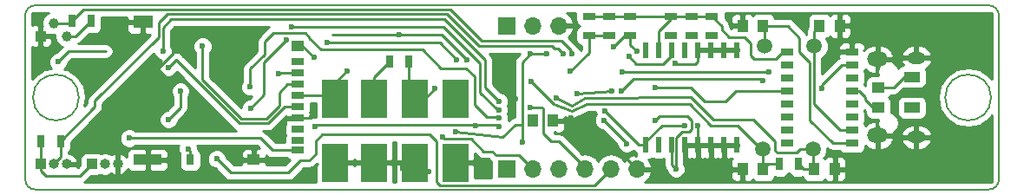
<source format=gbr>
%TF.GenerationSoftware,KiCad,Pcbnew,4.0.7*%
%TF.CreationDate,2018-01-21T21:44:21+02:00*%
%TF.ProjectId,OilMeteo_V2.0,4F696C4D6574656F5F56322E302E6B69,rev?*%
%TF.FileFunction,Copper,L2,Bot,Signal*%
%FSLAX46Y46*%
G04 Gerber Fmt 4.6, Leading zero omitted, Abs format (unit mm)*
G04 Created by KiCad (PCBNEW 4.0.7) date 01/21/18 21:44:21*
%MOMM*%
%LPD*%
G01*
G04 APERTURE LIST*
%ADD10C,0.150000*%
%ADD11R,1.000000X1.250000*%
%ADD12R,2.500000X3.750000*%
%ADD13R,1.250000X1.000000*%
%ADD14R,1.300000X0.800000*%
%ADD15R,1.600000X1.000000*%
%ADD16O,2.000000X1.450000*%
%ADD17O,1.800000X1.150000*%
%ADD18R,1.200000X0.700000*%
%ADD19R,1.200000X1.000000*%
%ADD20R,0.800000X1.000000*%
%ADD21R,2.800000X1.000000*%
%ADD22R,1.900000X1.300000*%
%ADD23R,1.700000X1.700000*%
%ADD24O,1.700000X1.700000*%
%ADD25R,1.000000X1.000000*%
%ADD26O,1.000000X1.000000*%
%ADD27R,0.700000X1.300000*%
%ADD28C,1.000000*%
%ADD29R,1.300000X0.700000*%
%ADD30R,0.600000X1.500000*%
%ADD31C,1.500000*%
%ADD32C,0.600000*%
%ADD33C,0.250000*%
%ADD34C,0.254000*%
G04 APERTURE END LIST*
D10*
X100000000Y-35000000D02*
X193000000Y-35000000D01*
X99000000Y-52000000D02*
X99000000Y-36000000D01*
X193000000Y-53000000D02*
X100000000Y-53000000D01*
X194000000Y-36000000D02*
X194000000Y-52000000D01*
X194000000Y-36000000D02*
G75*
G03X193000000Y-35000000I-1000000J0D01*
G01*
X193000000Y-53000000D02*
G75*
G03X194000000Y-52000000I0J1000000D01*
G01*
X99000000Y-52000000D02*
G75*
G03X100000000Y-53000000I1000000J0D01*
G01*
X100000000Y-35000000D02*
G75*
G03X99000000Y-36000000I0J-1000000D01*
G01*
X104236068Y-44000000D02*
G75*
G03X104236068Y-44000000I-2236068J0D01*
G01*
X193236068Y-44000000D02*
G75*
G03X193236068Y-44000000I-2236068J0D01*
G01*
D11*
X148500000Y-46250000D03*
X150500000Y-46250000D03*
X169000000Y-51000000D03*
X171000000Y-51000000D03*
X178000000Y-51000000D03*
X176000000Y-51000000D03*
D12*
X141000000Y-44125000D03*
X141000000Y-50375000D03*
X137000000Y-44125000D03*
X137000000Y-50375000D03*
X133000000Y-44125000D03*
X133000000Y-50375000D03*
D11*
X176500000Y-37000000D03*
X178500000Y-37000000D03*
X171000000Y-37000000D03*
X169000000Y-37000000D03*
D13*
X182250000Y-45000000D03*
X182250000Y-43000000D03*
D12*
X129250000Y-44125000D03*
X129250000Y-50375000D03*
D14*
X179650000Y-39550000D03*
X179650000Y-40830000D03*
X179650000Y-42090000D03*
X179650000Y-43360000D03*
X179650000Y-44640000D03*
X179650000Y-45910000D03*
X179650000Y-47170000D03*
X179650000Y-48450000D03*
X173350000Y-48450000D03*
X173350000Y-47170000D03*
X173350000Y-45910000D03*
X173350000Y-44640000D03*
X173350000Y-43360000D03*
X173350000Y-42090000D03*
X173350000Y-40830000D03*
X173350000Y-39550000D03*
D15*
X185500000Y-42000000D03*
X185500000Y-45000000D03*
D16*
X182150000Y-47725000D03*
X182150000Y-40275000D03*
D17*
X185950000Y-47875000D03*
X185950000Y-40125000D03*
D18*
X125600000Y-49150000D03*
X125600000Y-48200000D03*
X125600000Y-40500000D03*
X125600000Y-41600000D03*
X125600000Y-42700000D03*
X125600000Y-43800000D03*
X125600000Y-44900000D03*
X125600000Y-46000000D03*
X125600000Y-47100000D03*
D19*
X125600000Y-38950000D03*
X121300000Y-50100000D03*
D20*
X115100000Y-50100000D03*
D21*
X110950000Y-50100000D03*
D22*
X110500000Y-36600000D03*
D23*
X146000000Y-37000000D03*
D24*
X148540000Y-37000000D03*
X151080000Y-37000000D03*
D25*
X105500000Y-50500000D03*
D26*
X106770000Y-50500000D03*
X108040000Y-50500000D03*
D25*
X100500000Y-50500000D03*
D26*
X101770000Y-50500000D03*
X103040000Y-50500000D03*
D23*
X146000000Y-51000000D03*
D24*
X148540000Y-51000000D03*
X151080000Y-51000000D03*
X153620000Y-51000000D03*
X156160000Y-51000000D03*
X158700000Y-51000000D03*
D27*
X134550000Y-40500000D03*
X136450000Y-40500000D03*
D28*
X101770000Y-36730000D03*
X103040000Y-38000000D03*
D25*
X100500000Y-38000000D03*
D27*
X172550000Y-50500000D03*
X174450000Y-50500000D03*
D29*
X156000000Y-36050000D03*
X156000000Y-37950000D03*
D27*
X105450000Y-36500000D03*
X103550000Y-36500000D03*
X100550000Y-48250000D03*
X102450000Y-48250000D03*
D29*
X161998660Y-37950180D03*
X161998660Y-36050180D03*
X163997640Y-37950180D03*
X163997640Y-36050180D03*
X166000000Y-37950000D03*
X166000000Y-36050000D03*
X158000000Y-36050000D03*
X158000000Y-37950000D03*
X154000000Y-36050000D03*
X154000000Y-37950000D03*
D30*
X159555000Y-39350000D03*
X160825000Y-39350000D03*
X162095000Y-39350000D03*
X163365000Y-39350000D03*
X164635000Y-39350000D03*
X165905000Y-39350000D03*
X167175000Y-39350000D03*
X168445000Y-39350000D03*
X168445000Y-48650000D03*
X167175000Y-48650000D03*
X165905000Y-48650000D03*
X164635000Y-48650000D03*
X163365000Y-48650000D03*
X162095000Y-48650000D03*
X160825000Y-48650000D03*
X159555000Y-48650000D03*
D31*
X171000000Y-49000000D03*
X175880000Y-49000000D03*
X176000000Y-39000000D03*
X171120000Y-39000000D03*
D32*
X102209600Y-40518080D03*
X114162840Y-43390820D03*
X112989360Y-46156880D03*
X149900000Y-39750000D03*
X148300000Y-39750000D03*
X141023340Y-47320200D03*
X147482560Y-48326040D03*
X127162560Y-40065960D03*
X108122720Y-37246560D03*
X113888520Y-41833800D03*
X113461800Y-38968680D03*
X106900000Y-48000000D03*
X107248960Y-44358560D03*
X104200960Y-48646080D03*
X106923840Y-47995840D03*
X117911880Y-37459920D03*
X119085360Y-39639240D03*
X127193040Y-45643800D03*
X135453120Y-37876480D03*
X142074900Y-40347900D03*
X145120360Y-39926260D03*
X146824700Y-44173140D03*
X141000000Y-51025000D03*
X138358880Y-51226720D03*
X135839200Y-50942240D03*
X152237440Y-46857920D03*
X152278080Y-45994320D03*
X162427920Y-40645080D03*
X168445000Y-39350000D03*
X168904920Y-37017960D03*
X164652960Y-46725840D03*
X150500000Y-46250000D03*
X148500000Y-46250000D03*
X100550000Y-48250000D03*
X139720320Y-47868840D03*
X185430160Y-42006520D03*
X173390560Y-39522400D03*
X158000000Y-36050000D03*
X136450000Y-40500000D03*
X139000000Y-43150000D03*
X185500000Y-45000000D03*
X148351240Y-42418000D03*
X150835360Y-44013120D03*
X141300000Y-43150000D03*
X134538720Y-40579040D03*
X130378200Y-41422320D03*
X152808940Y-43594020D03*
X156270960Y-43357800D03*
X117700000Y-50000000D03*
X160492440Y-43007280D03*
X162500000Y-51000000D03*
X160472120Y-46273720D03*
X157175200Y-43342560D03*
X170931840Y-42367200D03*
X176702720Y-43119040D03*
X179650000Y-42090000D03*
X157246320Y-41468040D03*
X171602400Y-41534080D03*
X179628800Y-44637960D03*
X179500000Y-46000000D03*
X109146340Y-47983140D03*
X123741180Y-41673780D03*
X116314220Y-39004240D03*
X112933480Y-41071800D03*
X125559820Y-47150020D03*
X114879120Y-49011840D03*
X151500000Y-39750000D03*
X142920720Y-46715680D03*
X145250000Y-46800000D03*
X127264160Y-46817280D03*
X120985280Y-45069760D03*
X124480320Y-38404800D03*
X128440180Y-38641020D03*
X141122400Y-40309800D03*
X145250000Y-46000000D03*
X148254720Y-44958000D03*
X120944640Y-42976800D03*
X153620000Y-51000000D03*
X152300000Y-39750000D03*
X158658560Y-39502080D03*
X156385260Y-39075360D03*
X157688280Y-48508920D03*
X155440380Y-46222920D03*
X160782000Y-48615600D03*
X152171400Y-41452800D03*
X155529280Y-45278040D03*
X163372800Y-46725840D03*
X145250000Y-44400000D03*
X112455960Y-39486840D03*
X145250000Y-45200000D03*
X124998480Y-37091620D03*
X162001200Y-38039040D03*
X164073840Y-38023800D03*
X165948360Y-37947600D03*
X159539940Y-39263320D03*
X157901640Y-39974520D03*
D33*
X106883200Y-39481760D02*
X103245920Y-39481760D01*
X103245920Y-39481760D02*
X102209600Y-40518080D01*
X114162840Y-44983400D02*
X114162840Y-43390820D01*
X112989360Y-46156880D02*
X114162840Y-44983400D01*
X147482560Y-40567440D02*
X148300000Y-39750000D01*
X147482560Y-46664880D02*
X147482560Y-40567440D01*
X148300000Y-39750000D02*
X149900000Y-39750000D01*
X147482560Y-46664880D02*
X146806920Y-46664880D01*
X145587720Y-47884080D02*
X141023340Y-47320200D01*
X146806920Y-46664880D02*
X145587720Y-47884080D01*
X147482560Y-46664880D02*
X147482560Y-48326040D01*
X125600000Y-38950000D02*
X126046600Y-38950000D01*
X126046600Y-38950000D02*
X127162560Y-40065960D01*
X108769280Y-36600000D02*
X110500000Y-36600000D01*
X108122720Y-37246560D02*
X108769280Y-36600000D01*
X113888520Y-41833800D02*
X113736120Y-41986200D01*
X113736120Y-41986200D02*
X112745520Y-41986200D01*
X112745520Y-41986200D02*
X112029240Y-41269920D01*
X112029240Y-41269920D02*
X112029240Y-41087040D01*
X112029240Y-41087040D02*
X113461800Y-39654480D01*
X113461800Y-39654480D02*
X113461800Y-38968680D01*
X107248960Y-47651040D02*
X107248960Y-44358560D01*
X106900000Y-48000000D02*
X107248960Y-47651040D01*
X104851200Y-47995840D02*
X106923840Y-47995840D01*
X104851200Y-47995840D02*
X104200960Y-48646080D01*
X117911880Y-38465760D02*
X117911880Y-37459920D01*
X119085360Y-39639240D02*
X117911880Y-38465760D01*
X125600000Y-46000000D02*
X126836840Y-46000000D01*
X126836840Y-46000000D02*
X127193040Y-45643800D01*
X139603480Y-37876480D02*
X135453120Y-37876480D01*
X142074900Y-40347900D02*
X139603480Y-37876480D01*
X145120360Y-42468800D02*
X145120360Y-39926260D01*
X146824700Y-44173140D02*
X145120360Y-42468800D01*
X141000000Y-51025000D02*
X141000000Y-50375000D01*
X137000000Y-50375000D02*
X137507160Y-50375000D01*
X137507160Y-50375000D02*
X138358880Y-51226720D01*
X135839200Y-50942240D02*
X136406440Y-50375000D01*
X136406440Y-50375000D02*
X137000000Y-50375000D01*
X156589920Y-48889920D02*
X158700000Y-51000000D01*
X154269440Y-48889920D02*
X156589920Y-48889920D01*
X152237440Y-46857920D02*
X154269440Y-48889920D01*
X150500000Y-46250000D02*
X151260400Y-46250000D01*
X151260400Y-46250000D02*
X152278080Y-45994320D01*
X162427920Y-40645080D02*
X162504120Y-40721280D01*
X162504120Y-40721280D02*
X164393880Y-40721280D01*
X164393880Y-40721280D02*
X164635000Y-40480160D01*
X164635000Y-40480160D02*
X164635000Y-39350000D01*
X164635000Y-39350000D02*
X168445000Y-39350000D01*
X168904920Y-37017960D02*
X168922880Y-37000000D01*
X168922880Y-37000000D02*
X169000000Y-37000000D01*
X164635000Y-48650000D02*
X164635000Y-46743800D01*
X164635000Y-46743800D02*
X164652960Y-46725840D01*
X163365000Y-48650000D02*
X168445000Y-48650000D01*
X100550000Y-50450000D02*
X100550000Y-48250000D01*
X147191920Y-49651920D02*
X148540000Y-51000000D01*
X144947640Y-49651920D02*
X147191920Y-49651920D01*
X144551400Y-49255680D02*
X144947640Y-49651920D01*
X143736060Y-49255680D02*
X144551400Y-49255680D01*
X142499080Y-48018700D02*
X143736060Y-49255680D01*
X139870180Y-48018700D02*
X142499080Y-48018700D01*
X139720320Y-47868840D02*
X139870180Y-48018700D01*
X160825000Y-39350000D02*
X160825000Y-37493120D01*
X160825000Y-37493120D02*
X161998660Y-36319460D01*
X161998660Y-36319460D02*
X161998660Y-36050180D01*
X103040000Y-38000000D02*
X103950000Y-38000000D01*
X103950000Y-38000000D02*
X105450000Y-36500000D01*
X100500000Y-50500000D02*
X100500000Y-51168120D01*
X104305920Y-51694080D02*
X105500000Y-50500000D01*
X101025960Y-51694080D02*
X104305920Y-51694080D01*
X100500000Y-51168120D02*
X101025960Y-51694080D01*
X100550000Y-50450000D02*
X100500000Y-50500000D01*
X185430160Y-42006520D02*
X185436680Y-42000000D01*
X185436680Y-42000000D02*
X185500000Y-42000000D01*
X173350000Y-39550000D02*
X172910840Y-39550000D01*
X172910840Y-39550000D02*
X172212000Y-40248840D01*
X166954200Y-37004200D02*
X166000000Y-36050000D01*
X166954200Y-37383720D02*
X166954200Y-37004200D01*
X167700960Y-38130480D02*
X166954200Y-37383720D01*
X169148760Y-38130480D02*
X167700960Y-38130480D01*
X169758360Y-38740080D02*
X169148760Y-38130480D01*
X169758360Y-39883080D02*
X169758360Y-38740080D01*
X170124120Y-40248840D02*
X169758360Y-39883080D01*
X172212000Y-40248840D02*
X170124120Y-40248840D01*
X173390560Y-39522400D02*
X173362960Y-39550000D01*
X173362960Y-39550000D02*
X173350000Y-39550000D01*
X161998660Y-36050180D02*
X158000180Y-36050180D01*
X158000180Y-36050180D02*
X158000000Y-36050000D01*
X163997640Y-36050180D02*
X161998660Y-36050180D01*
X166000000Y-36050000D02*
X163997820Y-36050000D01*
X163997820Y-36050000D02*
X163997640Y-36050180D01*
X156000000Y-36050000D02*
X154000000Y-36050000D01*
X158000000Y-36050000D02*
X156000000Y-36050000D01*
X136450000Y-43575000D02*
X136450000Y-40500000D01*
X136450000Y-43575000D02*
X137000000Y-44125000D01*
X139000000Y-43150000D02*
X138025000Y-44125000D01*
X138025000Y-44125000D02*
X137000000Y-44125000D01*
X185500000Y-42000000D02*
X184750000Y-42000000D01*
X184750000Y-42000000D02*
X183750000Y-43000000D01*
X183750000Y-43000000D02*
X182250000Y-43000000D01*
X171000000Y-49000000D02*
X170798080Y-49000000D01*
X170798080Y-49000000D02*
X168513760Y-46715680D01*
X150581360Y-44648120D02*
X148351240Y-42418000D01*
X163890960Y-44648120D02*
X153741120Y-44648120D01*
X153741120Y-44648120D02*
X152339040Y-45339000D01*
X152339040Y-45339000D02*
X150581360Y-44648120D01*
X165912800Y-46715680D02*
X163890960Y-44648120D01*
X168513760Y-46715680D02*
X165912800Y-46715680D01*
X171000000Y-49000000D02*
X171000000Y-51000000D01*
X172550000Y-50500000D02*
X171500000Y-50500000D01*
X171500000Y-50500000D02*
X171000000Y-51000000D01*
X175880000Y-49000000D02*
X174647000Y-49000000D01*
X163964620Y-43995340D02*
X153649680Y-44009309D01*
X153649680Y-44009309D02*
X152308560Y-44805600D01*
X152308560Y-44805600D02*
X150835360Y-44013120D01*
X166146480Y-46177200D02*
X163964620Y-43995340D01*
X170055540Y-46177200D02*
X166146480Y-46177200D01*
X172181520Y-48303180D02*
X170055540Y-46177200D01*
X172181520Y-49187100D02*
X172181520Y-48303180D01*
X172410120Y-49415700D02*
X172181520Y-49187100D01*
X174231300Y-49415700D02*
X172410120Y-49415700D01*
X174647000Y-49000000D02*
X174231300Y-49415700D01*
X176000000Y-51000000D02*
X174950000Y-51000000D01*
X174950000Y-51000000D02*
X174450000Y-50500000D01*
X175880000Y-49000000D02*
X175880000Y-50880000D01*
X175880000Y-50880000D02*
X176000000Y-51000000D01*
X141300000Y-43150000D02*
X141000000Y-43450000D01*
X141000000Y-43450000D02*
X141000000Y-44125000D01*
X134538720Y-40579040D02*
X134550000Y-40567760D01*
X134550000Y-40567760D02*
X134550000Y-40500000D01*
X133000000Y-44125000D02*
X133000000Y-42050000D01*
X133000000Y-42050000D02*
X134550000Y-40500000D01*
X176000000Y-39000000D02*
X176000000Y-44631200D01*
X178538800Y-47170000D02*
X179650000Y-47170000D01*
X176000000Y-44631200D02*
X178538800Y-47170000D01*
X176000000Y-39000000D02*
X176000000Y-37500000D01*
X176000000Y-37500000D02*
X176500000Y-37000000D01*
X179650000Y-48450000D02*
X177786800Y-48450000D01*
X173382760Y-37000000D02*
X171000000Y-37000000D01*
X174558960Y-38176200D02*
X173382760Y-37000000D01*
X174558960Y-39570660D02*
X174558960Y-38176200D01*
X175549998Y-40561698D02*
X174558960Y-39570660D01*
X175549998Y-46213198D02*
X175549998Y-40561698D01*
X177786800Y-48450000D02*
X175549998Y-46213198D01*
X171120000Y-39000000D02*
X171120000Y-37120000D01*
X171120000Y-37120000D02*
X171000000Y-37000000D01*
X182250000Y-45000000D02*
X181750000Y-45000000D01*
X181750000Y-45000000D02*
X181000000Y-44250000D01*
X181000000Y-44250000D02*
X181000000Y-44000000D01*
X181000000Y-44000000D02*
X180360000Y-43360000D01*
X180360000Y-43360000D02*
X179650000Y-43360000D01*
X125600000Y-43800000D02*
X128925000Y-43800000D01*
X128925000Y-43800000D02*
X129250000Y-44125000D01*
X130378200Y-41422320D02*
X129250000Y-42550520D01*
X129250000Y-42550520D02*
X129250000Y-44125000D01*
X156260800Y-43347640D02*
X152808940Y-43594020D01*
X156270960Y-43357800D02*
X156260800Y-43347640D01*
X154536280Y-52623720D02*
X156160000Y-51000000D01*
X139446000Y-52623720D02*
X154536280Y-52623720D01*
X139095480Y-52273200D02*
X139446000Y-52623720D01*
X139095480Y-48290480D02*
X139095480Y-52273200D01*
X138442700Y-47637700D02*
X139095480Y-48290480D01*
X127993140Y-47637700D02*
X138442700Y-47637700D01*
X127350520Y-48280320D02*
X127993140Y-47637700D01*
X127350520Y-49509680D02*
X127350520Y-48280320D01*
X126707900Y-50152300D02*
X127350520Y-49509680D01*
X125869700Y-50152300D02*
X126707900Y-50152300D01*
X124668280Y-51353720D02*
X125869700Y-50152300D01*
X119053720Y-51353720D02*
X124668280Y-51353720D01*
X117700000Y-50000000D02*
X119053720Y-51353720D01*
X173350000Y-43360000D02*
X168323600Y-43360000D01*
X163982400Y-43007280D02*
X160492440Y-43007280D01*
X165323520Y-44348400D02*
X163982400Y-43007280D01*
X167335200Y-44348400D02*
X165323520Y-44348400D01*
X168323600Y-43360000D02*
X167335200Y-44348400D01*
X162500000Y-51000000D02*
X162500000Y-47979640D01*
X162095000Y-50595000D02*
X162500000Y-51000000D01*
X162095000Y-48650000D02*
X162095000Y-50595000D01*
X160888680Y-45857160D02*
X160472120Y-46273720D01*
X163586160Y-45857160D02*
X160888680Y-45857160D01*
X164005260Y-46276260D02*
X163586160Y-45857160D01*
X164005260Y-47124620D02*
X164005260Y-46276260D01*
X163753800Y-47376080D02*
X164005260Y-47124620D01*
X163103560Y-47376080D02*
X163753800Y-47376080D01*
X162500000Y-47979640D02*
X163103560Y-47376080D01*
X179650000Y-40830000D02*
X178646320Y-40830000D01*
X158313120Y-42204640D02*
X157175200Y-43342560D01*
X170769280Y-42204640D02*
X158313120Y-42204640D01*
X170931840Y-42367200D02*
X170769280Y-42204640D01*
X176702720Y-42773600D02*
X176702720Y-43119040D01*
X178646320Y-40830000D02*
X176702720Y-42773600D01*
X171536360Y-41468040D02*
X157246320Y-41468040D01*
X171602400Y-41534080D02*
X171536360Y-41468040D01*
X179628800Y-44637960D02*
X179630840Y-44640000D01*
X179630840Y-44640000D02*
X179650000Y-44640000D01*
X179500000Y-46000000D02*
X179590000Y-45910000D01*
X179590000Y-45910000D02*
X179650000Y-45910000D01*
X125600000Y-49150000D02*
X123114800Y-49150000D01*
X121947940Y-47983140D02*
X109146340Y-47983140D01*
X123114800Y-49150000D02*
X121947940Y-47983140D01*
X123814960Y-41600000D02*
X125600000Y-41600000D01*
X123741180Y-41673780D02*
X123814960Y-41600000D01*
X125600000Y-42700000D02*
X124604720Y-42700000D01*
X116314220Y-42307382D02*
X116314220Y-39004240D01*
X120076936Y-46070098D02*
X116314220Y-42307382D01*
X122498144Y-46070098D02*
X120076936Y-46070098D01*
X123774200Y-44794042D02*
X122498144Y-46070098D01*
X123774200Y-43530520D02*
X123774200Y-44794042D01*
X124604720Y-42700000D02*
X123774200Y-43530520D01*
X124304640Y-44900000D02*
X125600000Y-44900000D01*
X122684540Y-46520100D02*
X124304640Y-44900000D01*
X119890540Y-46520100D02*
X122684540Y-46520100D01*
X113715800Y-40345360D02*
X119890540Y-46520100D01*
X113715800Y-40289480D02*
X113715800Y-40345360D01*
X112933480Y-41071800D02*
X113715800Y-40289480D01*
X125559820Y-47150020D02*
X125600000Y-47109840D01*
X125600000Y-47109840D02*
X125600000Y-47100000D01*
X115100000Y-49232720D02*
X115100000Y-50100000D01*
X114879120Y-49011840D02*
X115100000Y-49232720D01*
X102450000Y-48250000D02*
X105808780Y-44891220D01*
X105808780Y-44340780D02*
X105808780Y-44891220D01*
X112003840Y-38145720D02*
X105808780Y-44340780D01*
X112003840Y-36700460D02*
X112003840Y-38145720D01*
X112882680Y-35821620D02*
X112003840Y-36700460D01*
X140144500Y-35821620D02*
X112882680Y-35821620D01*
X143271240Y-38948360D02*
X140144500Y-35821620D01*
X150398480Y-38948360D02*
X143271240Y-38948360D01*
X150647400Y-39197280D02*
X150398480Y-38948360D01*
X150947280Y-39197280D02*
X150647400Y-39197280D01*
X150947280Y-39197280D02*
X151500000Y-39750000D01*
X102450000Y-48250000D02*
X102450000Y-49820000D01*
X102450000Y-49820000D02*
X101770000Y-50500000D01*
X142920720Y-46715680D02*
X142920720Y-46687740D01*
X142920720Y-46687740D02*
X142920720Y-46715680D01*
X142920720Y-46715680D02*
X142920720Y-46687740D01*
X127393700Y-46687740D02*
X127264160Y-46817280D01*
X145137740Y-46687740D02*
X142920720Y-46687740D01*
X142920720Y-46687740D02*
X127393700Y-46687740D01*
X145137740Y-46687740D02*
X145250000Y-46800000D01*
X122326400Y-43728640D02*
X120985280Y-45069760D01*
X122326400Y-40558720D02*
X122326400Y-43728640D01*
X124480320Y-38404800D02*
X122326400Y-40558720D01*
X139453620Y-38641020D02*
X128440180Y-38641020D01*
X141122400Y-40309800D02*
X139453620Y-38641020D01*
X151089360Y-48310800D02*
X150342600Y-48310800D01*
X150342600Y-48310800D02*
X149519640Y-47487840D01*
X149519640Y-47487840D02*
X149519640Y-45095160D01*
X149519640Y-45095160D02*
X149382480Y-44958000D01*
X149382480Y-44958000D02*
X148254720Y-44958000D01*
X153620000Y-50841440D02*
X151089360Y-48310800D01*
X120944640Y-41208960D02*
X120944640Y-42976800D01*
X122367040Y-39786560D02*
X120944640Y-41208960D01*
X122367040Y-38547040D02*
X122367040Y-39786560D01*
X123179840Y-37734240D02*
X122367040Y-38547040D01*
X126309120Y-37734240D02*
X123179840Y-37734240D01*
X126674880Y-38100000D02*
X126309120Y-37734240D01*
X126674880Y-38181280D02*
X126674880Y-38100000D01*
X127833120Y-39339520D02*
X126674880Y-38181280D01*
X137769600Y-39339520D02*
X127833120Y-39339520D01*
X139557760Y-41127680D02*
X137769600Y-39339520D01*
X142031720Y-41127680D02*
X139557760Y-41127680D01*
X142875000Y-41970960D02*
X142031720Y-41127680D01*
X142875000Y-44744640D02*
X142875000Y-41970960D01*
X144063720Y-45933360D02*
X142875000Y-44744640D01*
X145183360Y-45933360D02*
X144063720Y-45933360D01*
X145250000Y-46000000D02*
X145183360Y-45933360D01*
X153620000Y-51000000D02*
X153620000Y-50841440D01*
X103550000Y-36500000D02*
X104678382Y-35371618D01*
X140446338Y-35371618D02*
X104678382Y-35371618D01*
X143522001Y-38447281D02*
X140446338Y-35371618D01*
X151294401Y-38447281D02*
X143522001Y-38447281D01*
X152260300Y-39413180D02*
X151294401Y-38447281D01*
X152260300Y-39710300D02*
X152260300Y-39413180D01*
X152260300Y-39710300D02*
X152300000Y-39750000D01*
X101770000Y-36730000D02*
X103320000Y-36730000D01*
X103320000Y-36730000D02*
X103550000Y-36500000D01*
X158000000Y-38843520D02*
X158000000Y-37950000D01*
X158658560Y-39502080D02*
X158000000Y-38843520D01*
X156385260Y-39075360D02*
X157510620Y-37950000D01*
X157510620Y-37950000D02*
X158000000Y-37950000D01*
X157688280Y-48470820D02*
X157688280Y-48508920D01*
X155440380Y-46222920D02*
X157688280Y-48470820D01*
X160782000Y-48615600D02*
X160816400Y-48650000D01*
X160816400Y-48650000D02*
X160825000Y-48650000D01*
X154000000Y-39624200D02*
X154000000Y-37950000D01*
X152171400Y-41452800D02*
X154000000Y-39624200D01*
X154000000Y-37950000D02*
X156000000Y-37950000D01*
X158901240Y-48650000D02*
X159555000Y-48650000D01*
X155529280Y-45278040D02*
X158901240Y-48650000D01*
X159555000Y-48650000D02*
X159555000Y-48318600D01*
X159555000Y-48318600D02*
X161147760Y-46725840D01*
X161147760Y-46725840D02*
X163372800Y-46725840D01*
X112455960Y-37170360D02*
X112455960Y-39486840D01*
X113263680Y-36362640D02*
X112455960Y-37170360D01*
X139880340Y-36362640D02*
X113263680Y-36362640D01*
X143863060Y-40345360D02*
X139880340Y-36362640D01*
X143863060Y-43013060D02*
X143863060Y-40345360D01*
X143863060Y-43013060D02*
X145250000Y-44400000D01*
X139778740Y-37091620D02*
X124998480Y-37091620D01*
X143377920Y-40690800D02*
X139778740Y-37091620D01*
X143377920Y-43525440D02*
X143377920Y-40690800D01*
X145023840Y-45171360D02*
X143377920Y-43525440D01*
X145221360Y-45171360D02*
X145023840Y-45171360D01*
X145221360Y-45171360D02*
X145250000Y-45200000D01*
X162001200Y-38039040D02*
X161998660Y-38036500D01*
X161998660Y-38036500D02*
X161998660Y-37950180D01*
X164073840Y-38023800D02*
X164000220Y-37950180D01*
X164000220Y-37950180D02*
X163997640Y-37950180D01*
X165948360Y-37947600D02*
X165950760Y-37950000D01*
X165950760Y-37950000D02*
X166000000Y-37950000D01*
X159539940Y-39263320D02*
X159555000Y-39278380D01*
X159555000Y-39278380D02*
X159555000Y-39350000D01*
X162095000Y-39350000D02*
X162095000Y-39865480D01*
X162095000Y-39865480D02*
X161254440Y-40706040D01*
X161254440Y-40706040D02*
X158633160Y-40706040D01*
X158633160Y-40706040D02*
X157901640Y-39974520D01*
D34*
G36*
X111662843Y-40015783D02*
X111925633Y-40279032D01*
X112263604Y-40419370D01*
X112141288Y-40541473D01*
X111998642Y-40885001D01*
X111998318Y-41256967D01*
X112140363Y-41600743D01*
X112403153Y-41863992D01*
X112746681Y-42006638D01*
X113118647Y-42006962D01*
X113462423Y-41864917D01*
X113725672Y-41602127D01*
X113776165Y-41480527D01*
X119353139Y-47057501D01*
X119599701Y-47222248D01*
X119604185Y-47223140D01*
X109708803Y-47223140D01*
X109676667Y-47190948D01*
X109333139Y-47048302D01*
X108961173Y-47047978D01*
X108617397Y-47190023D01*
X108354148Y-47452813D01*
X108211502Y-47796341D01*
X108211178Y-48168307D01*
X108353223Y-48512083D01*
X108616013Y-48775332D01*
X108959541Y-48917978D01*
X109331507Y-48918302D01*
X109675283Y-48776257D01*
X109708458Y-48743140D01*
X113978290Y-48743140D01*
X113944282Y-48825041D01*
X113943958Y-49197007D01*
X114071607Y-49505942D01*
X114052560Y-49600000D01*
X114052560Y-50600000D01*
X114096838Y-50835317D01*
X114235910Y-51051441D01*
X114448110Y-51196431D01*
X114700000Y-51247440D01*
X115500000Y-51247440D01*
X115735317Y-51203162D01*
X115951441Y-51064090D01*
X116096431Y-50851890D01*
X116147440Y-50600000D01*
X116147440Y-49600000D01*
X116103162Y-49364683D01*
X115964090Y-49148559D01*
X115824254Y-49053013D01*
X115814129Y-49002114D01*
X115814282Y-48826673D01*
X115779767Y-48743140D01*
X121633138Y-48743140D01*
X121854998Y-48965000D01*
X121585750Y-48965000D01*
X121427000Y-49123750D01*
X121427000Y-49973000D01*
X122376250Y-49973000D01*
X122535000Y-49814250D01*
X122535000Y-49645002D01*
X122577399Y-49687401D01*
X122823960Y-49852148D01*
X123114800Y-49910000D01*
X124509243Y-49910000D01*
X124535910Y-49951441D01*
X124748110Y-50096431D01*
X124833479Y-50113719D01*
X124353478Y-50593720D01*
X122535000Y-50593720D01*
X122535000Y-50385750D01*
X122376250Y-50227000D01*
X121427000Y-50227000D01*
X121427000Y-50247000D01*
X121173000Y-50247000D01*
X121173000Y-50227000D01*
X120223750Y-50227000D01*
X120065000Y-50385750D01*
X120065000Y-50593720D01*
X119368522Y-50593720D01*
X118635122Y-49860320D01*
X118635162Y-49814833D01*
X118494206Y-49473691D01*
X120065000Y-49473691D01*
X120065000Y-49814250D01*
X120223750Y-49973000D01*
X121173000Y-49973000D01*
X121173000Y-49123750D01*
X121014250Y-48965000D01*
X120573690Y-48965000D01*
X120340301Y-49061673D01*
X120161673Y-49240302D01*
X120065000Y-49473691D01*
X118494206Y-49473691D01*
X118493117Y-49471057D01*
X118230327Y-49207808D01*
X117886799Y-49065162D01*
X117514833Y-49064838D01*
X117171057Y-49206883D01*
X116907808Y-49469673D01*
X116765162Y-49813201D01*
X116764838Y-50185167D01*
X116906883Y-50528943D01*
X117169673Y-50792192D01*
X117513201Y-50934838D01*
X117560077Y-50934879D01*
X118516319Y-51891121D01*
X118762880Y-52055868D01*
X119053720Y-52113720D01*
X124668280Y-52113720D01*
X124959119Y-52055868D01*
X125205681Y-51891121D01*
X126184502Y-50912300D01*
X126707900Y-50912300D01*
X126998739Y-50854448D01*
X127245301Y-50689701D01*
X127433000Y-50502002D01*
X127523748Y-50502002D01*
X127365000Y-50660750D01*
X127365000Y-52290000D01*
X104755741Y-52290000D01*
X104843321Y-52231481D01*
X105427362Y-51647440D01*
X106000000Y-51647440D01*
X106235317Y-51603162D01*
X106311073Y-51554414D01*
X106335654Y-51570839D01*
X106770000Y-51657236D01*
X107204346Y-51570839D01*
X107414304Y-51430549D01*
X107479791Y-51487127D01*
X107738126Y-51594119D01*
X107913000Y-51467954D01*
X107913000Y-50627000D01*
X107893000Y-50627000D01*
X107893000Y-50582564D01*
X107905000Y-50522236D01*
X107905000Y-50477764D01*
X107893000Y-50417436D01*
X107893000Y-50373000D01*
X107913000Y-50373000D01*
X107913000Y-49532046D01*
X108167000Y-49532046D01*
X108167000Y-50373000D01*
X108187000Y-50373000D01*
X108187000Y-50627000D01*
X108167000Y-50627000D01*
X108167000Y-51467954D01*
X108341874Y-51594119D01*
X108600209Y-51487127D01*
X108935323Y-51197604D01*
X109040408Y-50988433D01*
X109190301Y-51138327D01*
X109423690Y-51235000D01*
X110664250Y-51235000D01*
X110823000Y-51076250D01*
X110823000Y-50227000D01*
X111077000Y-50227000D01*
X111077000Y-51076250D01*
X111235750Y-51235000D01*
X112476310Y-51235000D01*
X112709699Y-51138327D01*
X112888327Y-50959698D01*
X112985000Y-50726309D01*
X112985000Y-50385750D01*
X112826250Y-50227000D01*
X111077000Y-50227000D01*
X110823000Y-50227000D01*
X110803000Y-50227000D01*
X110803000Y-49973000D01*
X110823000Y-49973000D01*
X110823000Y-49123750D01*
X111077000Y-49123750D01*
X111077000Y-49973000D01*
X112826250Y-49973000D01*
X112985000Y-49814250D01*
X112985000Y-49473691D01*
X112888327Y-49240302D01*
X112709699Y-49061673D01*
X112476310Y-48965000D01*
X111235750Y-48965000D01*
X111077000Y-49123750D01*
X110823000Y-49123750D01*
X110664250Y-48965000D01*
X109423690Y-48965000D01*
X109190301Y-49061673D01*
X109011673Y-49240302D01*
X108915000Y-49473691D01*
X108915000Y-49784838D01*
X108600209Y-49512873D01*
X108341874Y-49405881D01*
X108167000Y-49532046D01*
X107913000Y-49532046D01*
X107738126Y-49405881D01*
X107479791Y-49512873D01*
X107414304Y-49569451D01*
X107204346Y-49429161D01*
X106770000Y-49342764D01*
X106335654Y-49429161D01*
X106312241Y-49444805D01*
X106251890Y-49403569D01*
X106000000Y-49352560D01*
X105000000Y-49352560D01*
X104764683Y-49396838D01*
X104548559Y-49535910D01*
X104403569Y-49748110D01*
X104352560Y-50000000D01*
X104352560Y-50572638D01*
X104129626Y-50795572D01*
X104009135Y-50627000D01*
X103167000Y-50627000D01*
X103167000Y-50647000D01*
X102913000Y-50647000D01*
X102913000Y-50627000D01*
X102893000Y-50627000D01*
X102893000Y-50582564D01*
X102905000Y-50522236D01*
X102905000Y-50477764D01*
X102898702Y-50446100D01*
X102987401Y-50357401D01*
X102990342Y-50353000D01*
X103167000Y-50353000D01*
X103167000Y-50373000D01*
X104009135Y-50373000D01*
X104134132Y-50198123D01*
X103935323Y-49802396D01*
X103600209Y-49512873D01*
X103341874Y-49405881D01*
X103210000Y-49501023D01*
X103210000Y-49390757D01*
X103251441Y-49364090D01*
X103396431Y-49151890D01*
X103447440Y-48900000D01*
X103447440Y-48327362D01*
X105432755Y-46342047D01*
X112054198Y-46342047D01*
X112196243Y-46685823D01*
X112459033Y-46949072D01*
X112802561Y-47091718D01*
X113174527Y-47092042D01*
X113518303Y-46949997D01*
X113781552Y-46687207D01*
X113924198Y-46343679D01*
X113924239Y-46296803D01*
X114700241Y-45520801D01*
X114864988Y-45274240D01*
X114922840Y-44983400D01*
X114922840Y-43953283D01*
X114955032Y-43921147D01*
X115097678Y-43577619D01*
X115098002Y-43205653D01*
X114955957Y-42861877D01*
X114693167Y-42598628D01*
X114349639Y-42455982D01*
X113977673Y-42455658D01*
X113633897Y-42597703D01*
X113370648Y-42860493D01*
X113228002Y-43204021D01*
X113227678Y-43575987D01*
X113369723Y-43919763D01*
X113402840Y-43952938D01*
X113402840Y-44668598D01*
X112849680Y-45221758D01*
X112804193Y-45221718D01*
X112460417Y-45363763D01*
X112197168Y-45626553D01*
X112054522Y-45970081D01*
X112054198Y-46342047D01*
X105432755Y-46342047D01*
X106346181Y-45428621D01*
X106510928Y-45182060D01*
X106568780Y-44891220D01*
X106568780Y-44655582D01*
X111530025Y-39694337D01*
X111662843Y-40015783D01*
X111662843Y-40015783D01*
G37*
X111662843Y-40015783D02*
X111925633Y-40279032D01*
X112263604Y-40419370D01*
X112141288Y-40541473D01*
X111998642Y-40885001D01*
X111998318Y-41256967D01*
X112140363Y-41600743D01*
X112403153Y-41863992D01*
X112746681Y-42006638D01*
X113118647Y-42006962D01*
X113462423Y-41864917D01*
X113725672Y-41602127D01*
X113776165Y-41480527D01*
X119353139Y-47057501D01*
X119599701Y-47222248D01*
X119604185Y-47223140D01*
X109708803Y-47223140D01*
X109676667Y-47190948D01*
X109333139Y-47048302D01*
X108961173Y-47047978D01*
X108617397Y-47190023D01*
X108354148Y-47452813D01*
X108211502Y-47796341D01*
X108211178Y-48168307D01*
X108353223Y-48512083D01*
X108616013Y-48775332D01*
X108959541Y-48917978D01*
X109331507Y-48918302D01*
X109675283Y-48776257D01*
X109708458Y-48743140D01*
X113978290Y-48743140D01*
X113944282Y-48825041D01*
X113943958Y-49197007D01*
X114071607Y-49505942D01*
X114052560Y-49600000D01*
X114052560Y-50600000D01*
X114096838Y-50835317D01*
X114235910Y-51051441D01*
X114448110Y-51196431D01*
X114700000Y-51247440D01*
X115500000Y-51247440D01*
X115735317Y-51203162D01*
X115951441Y-51064090D01*
X116096431Y-50851890D01*
X116147440Y-50600000D01*
X116147440Y-49600000D01*
X116103162Y-49364683D01*
X115964090Y-49148559D01*
X115824254Y-49053013D01*
X115814129Y-49002114D01*
X115814282Y-48826673D01*
X115779767Y-48743140D01*
X121633138Y-48743140D01*
X121854998Y-48965000D01*
X121585750Y-48965000D01*
X121427000Y-49123750D01*
X121427000Y-49973000D01*
X122376250Y-49973000D01*
X122535000Y-49814250D01*
X122535000Y-49645002D01*
X122577399Y-49687401D01*
X122823960Y-49852148D01*
X123114800Y-49910000D01*
X124509243Y-49910000D01*
X124535910Y-49951441D01*
X124748110Y-50096431D01*
X124833479Y-50113719D01*
X124353478Y-50593720D01*
X122535000Y-50593720D01*
X122535000Y-50385750D01*
X122376250Y-50227000D01*
X121427000Y-50227000D01*
X121427000Y-50247000D01*
X121173000Y-50247000D01*
X121173000Y-50227000D01*
X120223750Y-50227000D01*
X120065000Y-50385750D01*
X120065000Y-50593720D01*
X119368522Y-50593720D01*
X118635122Y-49860320D01*
X118635162Y-49814833D01*
X118494206Y-49473691D01*
X120065000Y-49473691D01*
X120065000Y-49814250D01*
X120223750Y-49973000D01*
X121173000Y-49973000D01*
X121173000Y-49123750D01*
X121014250Y-48965000D01*
X120573690Y-48965000D01*
X120340301Y-49061673D01*
X120161673Y-49240302D01*
X120065000Y-49473691D01*
X118494206Y-49473691D01*
X118493117Y-49471057D01*
X118230327Y-49207808D01*
X117886799Y-49065162D01*
X117514833Y-49064838D01*
X117171057Y-49206883D01*
X116907808Y-49469673D01*
X116765162Y-49813201D01*
X116764838Y-50185167D01*
X116906883Y-50528943D01*
X117169673Y-50792192D01*
X117513201Y-50934838D01*
X117560077Y-50934879D01*
X118516319Y-51891121D01*
X118762880Y-52055868D01*
X119053720Y-52113720D01*
X124668280Y-52113720D01*
X124959119Y-52055868D01*
X125205681Y-51891121D01*
X126184502Y-50912300D01*
X126707900Y-50912300D01*
X126998739Y-50854448D01*
X127245301Y-50689701D01*
X127433000Y-50502002D01*
X127523748Y-50502002D01*
X127365000Y-50660750D01*
X127365000Y-52290000D01*
X104755741Y-52290000D01*
X104843321Y-52231481D01*
X105427362Y-51647440D01*
X106000000Y-51647440D01*
X106235317Y-51603162D01*
X106311073Y-51554414D01*
X106335654Y-51570839D01*
X106770000Y-51657236D01*
X107204346Y-51570839D01*
X107414304Y-51430549D01*
X107479791Y-51487127D01*
X107738126Y-51594119D01*
X107913000Y-51467954D01*
X107913000Y-50627000D01*
X107893000Y-50627000D01*
X107893000Y-50582564D01*
X107905000Y-50522236D01*
X107905000Y-50477764D01*
X107893000Y-50417436D01*
X107893000Y-50373000D01*
X107913000Y-50373000D01*
X107913000Y-49532046D01*
X108167000Y-49532046D01*
X108167000Y-50373000D01*
X108187000Y-50373000D01*
X108187000Y-50627000D01*
X108167000Y-50627000D01*
X108167000Y-51467954D01*
X108341874Y-51594119D01*
X108600209Y-51487127D01*
X108935323Y-51197604D01*
X109040408Y-50988433D01*
X109190301Y-51138327D01*
X109423690Y-51235000D01*
X110664250Y-51235000D01*
X110823000Y-51076250D01*
X110823000Y-50227000D01*
X111077000Y-50227000D01*
X111077000Y-51076250D01*
X111235750Y-51235000D01*
X112476310Y-51235000D01*
X112709699Y-51138327D01*
X112888327Y-50959698D01*
X112985000Y-50726309D01*
X112985000Y-50385750D01*
X112826250Y-50227000D01*
X111077000Y-50227000D01*
X110823000Y-50227000D01*
X110803000Y-50227000D01*
X110803000Y-49973000D01*
X110823000Y-49973000D01*
X110823000Y-49123750D01*
X111077000Y-49123750D01*
X111077000Y-49973000D01*
X112826250Y-49973000D01*
X112985000Y-49814250D01*
X112985000Y-49473691D01*
X112888327Y-49240302D01*
X112709699Y-49061673D01*
X112476310Y-48965000D01*
X111235750Y-48965000D01*
X111077000Y-49123750D01*
X110823000Y-49123750D01*
X110664250Y-48965000D01*
X109423690Y-48965000D01*
X109190301Y-49061673D01*
X109011673Y-49240302D01*
X108915000Y-49473691D01*
X108915000Y-49784838D01*
X108600209Y-49512873D01*
X108341874Y-49405881D01*
X108167000Y-49532046D01*
X107913000Y-49532046D01*
X107738126Y-49405881D01*
X107479791Y-49512873D01*
X107414304Y-49569451D01*
X107204346Y-49429161D01*
X106770000Y-49342764D01*
X106335654Y-49429161D01*
X106312241Y-49444805D01*
X106251890Y-49403569D01*
X106000000Y-49352560D01*
X105000000Y-49352560D01*
X104764683Y-49396838D01*
X104548559Y-49535910D01*
X104403569Y-49748110D01*
X104352560Y-50000000D01*
X104352560Y-50572638D01*
X104129626Y-50795572D01*
X104009135Y-50627000D01*
X103167000Y-50627000D01*
X103167000Y-50647000D01*
X102913000Y-50647000D01*
X102913000Y-50627000D01*
X102893000Y-50627000D01*
X102893000Y-50582564D01*
X102905000Y-50522236D01*
X102905000Y-50477764D01*
X102898702Y-50446100D01*
X102987401Y-50357401D01*
X102990342Y-50353000D01*
X103167000Y-50353000D01*
X103167000Y-50373000D01*
X104009135Y-50373000D01*
X104134132Y-50198123D01*
X103935323Y-49802396D01*
X103600209Y-49512873D01*
X103341874Y-49405881D01*
X103210000Y-49501023D01*
X103210000Y-49390757D01*
X103251441Y-49364090D01*
X103396431Y-49151890D01*
X103447440Y-48900000D01*
X103447440Y-48327362D01*
X105432755Y-46342047D01*
X112054198Y-46342047D01*
X112196243Y-46685823D01*
X112459033Y-46949072D01*
X112802561Y-47091718D01*
X113174527Y-47092042D01*
X113518303Y-46949997D01*
X113781552Y-46687207D01*
X113924198Y-46343679D01*
X113924239Y-46296803D01*
X114700241Y-45520801D01*
X114864988Y-45274240D01*
X114922840Y-44983400D01*
X114922840Y-43953283D01*
X114955032Y-43921147D01*
X115097678Y-43577619D01*
X115098002Y-43205653D01*
X114955957Y-42861877D01*
X114693167Y-42598628D01*
X114349639Y-42455982D01*
X113977673Y-42455658D01*
X113633897Y-42597703D01*
X113370648Y-42860493D01*
X113228002Y-43204021D01*
X113227678Y-43575987D01*
X113369723Y-43919763D01*
X113402840Y-43952938D01*
X113402840Y-44668598D01*
X112849680Y-45221758D01*
X112804193Y-45221718D01*
X112460417Y-45363763D01*
X112197168Y-45626553D01*
X112054522Y-45970081D01*
X112054198Y-46342047D01*
X105432755Y-46342047D01*
X106346181Y-45428621D01*
X106510928Y-45182060D01*
X106568780Y-44891220D01*
X106568780Y-44655582D01*
X111530025Y-39694337D01*
X111662843Y-40015783D01*
G36*
X135115000Y-50089250D02*
X135273750Y-50248000D01*
X136873000Y-50248000D01*
X136873000Y-50228000D01*
X137127000Y-50228000D01*
X137127000Y-50248000D01*
X137147000Y-50248000D01*
X137147000Y-50502000D01*
X137127000Y-50502000D01*
X137127000Y-50522000D01*
X136873000Y-50522000D01*
X136873000Y-50502000D01*
X135273750Y-50502000D01*
X135115000Y-50660750D01*
X135115000Y-52290000D01*
X134885000Y-52290000D01*
X134885000Y-50660750D01*
X134726250Y-50502000D01*
X133127000Y-50502000D01*
X133127000Y-50522000D01*
X132873000Y-50522000D01*
X132873000Y-50502000D01*
X131273750Y-50502000D01*
X131125000Y-50650750D01*
X130976250Y-50502000D01*
X129377000Y-50502000D01*
X129377000Y-50522000D01*
X129123000Y-50522000D01*
X129123000Y-50502000D01*
X129103000Y-50502000D01*
X129103000Y-50248000D01*
X129123000Y-50248000D01*
X129123000Y-50228000D01*
X129377000Y-50228000D01*
X129377000Y-50248000D01*
X130976250Y-50248000D01*
X131125000Y-50099250D01*
X131273750Y-50248000D01*
X132873000Y-50248000D01*
X132873000Y-50228000D01*
X133127000Y-50228000D01*
X133127000Y-50248000D01*
X134726250Y-50248000D01*
X134885000Y-50089250D01*
X134885000Y-48397700D01*
X135115000Y-48397700D01*
X135115000Y-50089250D01*
X135115000Y-50089250D01*
G37*
X135115000Y-50089250D02*
X135273750Y-50248000D01*
X136873000Y-50248000D01*
X136873000Y-50228000D01*
X137127000Y-50228000D01*
X137127000Y-50248000D01*
X137147000Y-50248000D01*
X137147000Y-50502000D01*
X137127000Y-50502000D01*
X137127000Y-50522000D01*
X136873000Y-50522000D01*
X136873000Y-50502000D01*
X135273750Y-50502000D01*
X135115000Y-50660750D01*
X135115000Y-52290000D01*
X134885000Y-52290000D01*
X134885000Y-50660750D01*
X134726250Y-50502000D01*
X133127000Y-50502000D01*
X133127000Y-50522000D01*
X132873000Y-50522000D01*
X132873000Y-50502000D01*
X131273750Y-50502000D01*
X131125000Y-50650750D01*
X130976250Y-50502000D01*
X129377000Y-50502000D01*
X129377000Y-50522000D01*
X129123000Y-50522000D01*
X129123000Y-50502000D01*
X129103000Y-50502000D01*
X129103000Y-50248000D01*
X129123000Y-50248000D01*
X129123000Y-50228000D01*
X129377000Y-50228000D01*
X129377000Y-50248000D01*
X130976250Y-50248000D01*
X131125000Y-50099250D01*
X131273750Y-50248000D01*
X132873000Y-50248000D01*
X132873000Y-50228000D01*
X133127000Y-50228000D01*
X133127000Y-50248000D01*
X134726250Y-50248000D01*
X134885000Y-50089250D01*
X134885000Y-48397700D01*
X135115000Y-48397700D01*
X135115000Y-50089250D01*
G36*
X193290000Y-42226336D02*
X193083185Y-41916815D01*
X192127411Y-41278188D01*
X191000000Y-41053932D01*
X189872589Y-41278188D01*
X188916815Y-41916815D01*
X188278188Y-42872589D01*
X188053932Y-44000000D01*
X188278188Y-45127411D01*
X188916815Y-46083185D01*
X189872589Y-46721812D01*
X191000000Y-46946068D01*
X192127411Y-46721812D01*
X193083185Y-46083185D01*
X193290000Y-45773664D01*
X193290000Y-52290000D01*
X159422608Y-52290000D01*
X159466924Y-52271645D01*
X159895183Y-51881358D01*
X160141486Y-51356892D01*
X160020819Y-51127000D01*
X158827000Y-51127000D01*
X158827000Y-51147000D01*
X158573000Y-51147000D01*
X158573000Y-51127000D01*
X158553000Y-51127000D01*
X158553000Y-50873000D01*
X158573000Y-50873000D01*
X158573000Y-50853000D01*
X158827000Y-50853000D01*
X158827000Y-50873000D01*
X160020819Y-50873000D01*
X160141486Y-50643108D01*
X159895183Y-50118642D01*
X159817054Y-50047440D01*
X159855000Y-50047440D01*
X160090317Y-50003162D01*
X160189528Y-49939322D01*
X160273110Y-49996431D01*
X160525000Y-50047440D01*
X161125000Y-50047440D01*
X161335000Y-50007926D01*
X161335000Y-50595000D01*
X161392852Y-50885839D01*
X161557599Y-51132401D01*
X161564878Y-51139680D01*
X161564838Y-51185167D01*
X161706883Y-51528943D01*
X161969673Y-51792192D01*
X162313201Y-51934838D01*
X162685167Y-51935162D01*
X163028943Y-51793117D01*
X163292192Y-51530327D01*
X163393749Y-51285750D01*
X167865000Y-51285750D01*
X167865000Y-51751310D01*
X167961673Y-51984699D01*
X168140302Y-52163327D01*
X168373691Y-52260000D01*
X168714250Y-52260000D01*
X168873000Y-52101250D01*
X168873000Y-51127000D01*
X168023750Y-51127000D01*
X167865000Y-51285750D01*
X163393749Y-51285750D01*
X163434838Y-51186799D01*
X163435162Y-50814833D01*
X163293117Y-50471057D01*
X163260000Y-50437882D01*
X163260000Y-48777000D01*
X163492000Y-48777000D01*
X163492000Y-49876250D01*
X163650750Y-50035000D01*
X163791310Y-50035000D01*
X164000000Y-49948558D01*
X164208690Y-50035000D01*
X164349250Y-50035000D01*
X164508000Y-49876250D01*
X164508000Y-48777000D01*
X164762000Y-48777000D01*
X164762000Y-49876250D01*
X164920750Y-50035000D01*
X165061310Y-50035000D01*
X165270000Y-49948558D01*
X165478690Y-50035000D01*
X165619250Y-50035000D01*
X165778000Y-49876250D01*
X165778000Y-48777000D01*
X166032000Y-48777000D01*
X166032000Y-49876250D01*
X166190750Y-50035000D01*
X166331310Y-50035000D01*
X166540000Y-49948558D01*
X166748690Y-50035000D01*
X166889250Y-50035000D01*
X167048000Y-49876250D01*
X167048000Y-48777000D01*
X166032000Y-48777000D01*
X165778000Y-48777000D01*
X164762000Y-48777000D01*
X164508000Y-48777000D01*
X163492000Y-48777000D01*
X163260000Y-48777000D01*
X163260000Y-48503000D01*
X163492000Y-48503000D01*
X163492000Y-48523000D01*
X164508000Y-48523000D01*
X164508000Y-48503000D01*
X164762000Y-48503000D01*
X164762000Y-48523000D01*
X165778000Y-48523000D01*
X165778000Y-48503000D01*
X166032000Y-48503000D01*
X166032000Y-48523000D01*
X167048000Y-48523000D01*
X167048000Y-48503000D01*
X167302000Y-48503000D01*
X167302000Y-48523000D01*
X168318000Y-48523000D01*
X168318000Y-48503000D01*
X168572000Y-48503000D01*
X168572000Y-48523000D01*
X168592000Y-48523000D01*
X168592000Y-48777000D01*
X168572000Y-48777000D01*
X168572000Y-48797000D01*
X168318000Y-48797000D01*
X168318000Y-48777000D01*
X167302000Y-48777000D01*
X167302000Y-49876250D01*
X167460750Y-50035000D01*
X167601310Y-50035000D01*
X167810000Y-49948558D01*
X167964444Y-50012530D01*
X167961673Y-50015301D01*
X167865000Y-50248690D01*
X167865000Y-50714250D01*
X168023750Y-50873000D01*
X168873000Y-50873000D01*
X168873000Y-50853000D01*
X169127000Y-50853000D01*
X169127000Y-50873000D01*
X169147000Y-50873000D01*
X169147000Y-51127000D01*
X169127000Y-51127000D01*
X169127000Y-52101250D01*
X169285750Y-52260000D01*
X169626309Y-52260000D01*
X169859698Y-52163327D01*
X170000936Y-52022090D01*
X170035910Y-52076441D01*
X170248110Y-52221431D01*
X170500000Y-52272440D01*
X171500000Y-52272440D01*
X171735317Y-52228162D01*
X171951441Y-52089090D01*
X172096431Y-51876890D01*
X172115966Y-51780423D01*
X172200000Y-51797440D01*
X172900000Y-51797440D01*
X173135317Y-51753162D01*
X173351441Y-51614090D01*
X173496431Y-51401890D01*
X173499081Y-51388803D01*
X173635910Y-51601441D01*
X173848110Y-51746431D01*
X174100000Y-51797440D01*
X174800000Y-51797440D01*
X174882100Y-51781992D01*
X174896838Y-51860317D01*
X175035910Y-52076441D01*
X175248110Y-52221431D01*
X175500000Y-52272440D01*
X176500000Y-52272440D01*
X176735317Y-52228162D01*
X176951441Y-52089090D01*
X176997969Y-52020994D01*
X177140302Y-52163327D01*
X177373691Y-52260000D01*
X177714250Y-52260000D01*
X177873000Y-52101250D01*
X177873000Y-51127000D01*
X178127000Y-51127000D01*
X178127000Y-52101250D01*
X178285750Y-52260000D01*
X178626309Y-52260000D01*
X178859698Y-52163327D01*
X179038327Y-51984699D01*
X179135000Y-51751310D01*
X179135000Y-51285750D01*
X178976250Y-51127000D01*
X178127000Y-51127000D01*
X177873000Y-51127000D01*
X177853000Y-51127000D01*
X177853000Y-50873000D01*
X177873000Y-50873000D01*
X177873000Y-49898750D01*
X178127000Y-49898750D01*
X178127000Y-50873000D01*
X178976250Y-50873000D01*
X179135000Y-50714250D01*
X179135000Y-50248690D01*
X179038327Y-50015301D01*
X178859698Y-49836673D01*
X178626309Y-49740000D01*
X178285750Y-49740000D01*
X178127000Y-49898750D01*
X177873000Y-49898750D01*
X177714250Y-49740000D01*
X177373691Y-49740000D01*
X177140302Y-49836673D01*
X176999064Y-49977910D01*
X176964090Y-49923559D01*
X176935081Y-49903738D01*
X177053461Y-49785564D01*
X177264759Y-49276702D01*
X177265002Y-48997827D01*
X177495961Y-49152148D01*
X177786800Y-49210000D01*
X178477069Y-49210000D01*
X178535910Y-49301441D01*
X178748110Y-49446431D01*
X179000000Y-49497440D01*
X180300000Y-49497440D01*
X180535317Y-49453162D01*
X180751441Y-49314090D01*
X180896431Y-49101890D01*
X180947440Y-48850000D01*
X180947440Y-48697505D01*
X181237218Y-48932875D01*
X181748000Y-49085000D01*
X182023000Y-49085000D01*
X182023000Y-47852000D01*
X182277000Y-47852000D01*
X182277000Y-49085000D01*
X182552000Y-49085000D01*
X183062782Y-48932875D01*
X183476467Y-48596862D01*
X183697310Y-48188677D01*
X184456365Y-48188677D01*
X184458505Y-48220714D01*
X184679598Y-48640796D01*
X185044620Y-48944293D01*
X185498000Y-49085000D01*
X185823000Y-49085000D01*
X185823000Y-48002000D01*
X186077000Y-48002000D01*
X186077000Y-49085000D01*
X186402000Y-49085000D01*
X186855380Y-48944293D01*
X187220402Y-48640796D01*
X187441495Y-48220714D01*
X187443635Y-48188677D01*
X187318550Y-48002000D01*
X186077000Y-48002000D01*
X185823000Y-48002000D01*
X184581450Y-48002000D01*
X184456365Y-48188677D01*
X183697310Y-48188677D01*
X183730076Y-48128116D01*
X183742519Y-48062258D01*
X183619518Y-47852000D01*
X182277000Y-47852000D01*
X182023000Y-47852000D01*
X182003000Y-47852000D01*
X182003000Y-47598000D01*
X182023000Y-47598000D01*
X182023000Y-46365000D01*
X181748000Y-46365000D01*
X181237218Y-46517125D01*
X180944583Y-46754816D01*
X180903162Y-46534683D01*
X180902233Y-46533239D01*
X180947440Y-46310000D01*
X180947440Y-45510000D01*
X180903162Y-45274683D01*
X180900693Y-45270845D01*
X180908330Y-45233132D01*
X180977560Y-45302362D01*
X180977560Y-45500000D01*
X181021838Y-45735317D01*
X181160910Y-45951441D01*
X181373110Y-46096431D01*
X181625000Y-46147440D01*
X182231096Y-46147440D01*
X182165000Y-46479723D01*
X182165000Y-46520277D01*
X182243785Y-46916354D01*
X182277000Y-46966064D01*
X182277000Y-47598000D01*
X183619518Y-47598000D01*
X183640974Y-47561323D01*
X184456365Y-47561323D01*
X184581450Y-47748000D01*
X185823000Y-47748000D01*
X185823000Y-46665000D01*
X186077000Y-46665000D01*
X186077000Y-47748000D01*
X187318550Y-47748000D01*
X187443635Y-47561323D01*
X187441495Y-47529286D01*
X187220402Y-47109204D01*
X186855380Y-46805707D01*
X186402000Y-46665000D01*
X186077000Y-46665000D01*
X185823000Y-46665000D01*
X185498000Y-46665000D01*
X185044620Y-46805707D01*
X184679598Y-47109204D01*
X184458505Y-47529286D01*
X184456365Y-47561323D01*
X183640974Y-47561323D01*
X183742519Y-47387742D01*
X183740993Y-47379663D01*
X183931856Y-47252133D01*
X184156215Y-46916354D01*
X184235000Y-46520277D01*
X184235000Y-46479723D01*
X184156215Y-46083646D01*
X183931856Y-45747867D01*
X183596077Y-45523508D01*
X183520715Y-45508518D01*
X183522440Y-45500000D01*
X183522440Y-44500000D01*
X184052560Y-44500000D01*
X184052560Y-45500000D01*
X184096838Y-45735317D01*
X184235910Y-45951441D01*
X184448110Y-46096431D01*
X184700000Y-46147440D01*
X186300000Y-46147440D01*
X186535317Y-46103162D01*
X186751441Y-45964090D01*
X186896431Y-45751890D01*
X186947440Y-45500000D01*
X186947440Y-44500000D01*
X186903162Y-44264683D01*
X186764090Y-44048559D01*
X186551890Y-43903569D01*
X186300000Y-43852560D01*
X184700000Y-43852560D01*
X184464683Y-43896838D01*
X184248559Y-44035910D01*
X184103569Y-44248110D01*
X184052560Y-44500000D01*
X183522440Y-44500000D01*
X183478162Y-44264683D01*
X183339090Y-44048559D01*
X183269289Y-44000866D01*
X183326441Y-43964090D01*
X183465890Y-43760000D01*
X183750000Y-43760000D01*
X184040839Y-43702148D01*
X184287401Y-43537401D01*
X184681174Y-43143628D01*
X184700000Y-43147440D01*
X186300000Y-43147440D01*
X186535317Y-43103162D01*
X186751441Y-42964090D01*
X186896431Y-42751890D01*
X186947440Y-42500000D01*
X186947440Y-41500000D01*
X186903162Y-41264683D01*
X186857000Y-41192946D01*
X187220402Y-40890796D01*
X187441495Y-40470714D01*
X187443635Y-40438677D01*
X187318550Y-40252000D01*
X186077000Y-40252000D01*
X186077000Y-40272000D01*
X185823000Y-40272000D01*
X185823000Y-40252000D01*
X184581450Y-40252000D01*
X184456365Y-40438677D01*
X184458505Y-40470714D01*
X184663126Y-40859498D01*
X184464683Y-40896838D01*
X184248559Y-41035910D01*
X184169682Y-41151350D01*
X184156215Y-41083646D01*
X183931856Y-40747867D01*
X183740993Y-40620337D01*
X183742519Y-40612258D01*
X183619518Y-40402000D01*
X182277000Y-40402000D01*
X182277000Y-41033936D01*
X182243785Y-41083646D01*
X182165000Y-41479723D01*
X182165000Y-41520277D01*
X182231096Y-41852560D01*
X181625000Y-41852560D01*
X181389683Y-41896838D01*
X181173559Y-42035910D01*
X181028569Y-42248110D01*
X180977560Y-42500000D01*
X180977560Y-42902758D01*
X180927192Y-42852390D01*
X180903162Y-42724683D01*
X180900693Y-42720845D01*
X180947440Y-42490000D01*
X180947440Y-41690000D01*
X180903162Y-41454683D01*
X180902233Y-41453239D01*
X180944396Y-41245032D01*
X181237218Y-41482875D01*
X181748000Y-41635000D01*
X182023000Y-41635000D01*
X182023000Y-40402000D01*
X182003000Y-40402000D01*
X182003000Y-40148000D01*
X182023000Y-40148000D01*
X182023000Y-38915000D01*
X182277000Y-38915000D01*
X182277000Y-40148000D01*
X183619518Y-40148000D01*
X183742519Y-39937742D01*
X183730076Y-39871884D01*
X183697311Y-39811323D01*
X184456365Y-39811323D01*
X184581450Y-39998000D01*
X185823000Y-39998000D01*
X185823000Y-38915000D01*
X186077000Y-38915000D01*
X186077000Y-39998000D01*
X187318550Y-39998000D01*
X187443635Y-39811323D01*
X187441495Y-39779286D01*
X187220402Y-39359204D01*
X186855380Y-39055707D01*
X186402000Y-38915000D01*
X186077000Y-38915000D01*
X185823000Y-38915000D01*
X185498000Y-38915000D01*
X185044620Y-39055707D01*
X184679598Y-39359204D01*
X184458505Y-39779286D01*
X184456365Y-39811323D01*
X183697311Y-39811323D01*
X183476467Y-39403138D01*
X183062782Y-39067125D01*
X182552000Y-38915000D01*
X182277000Y-38915000D01*
X182023000Y-38915000D01*
X181748000Y-38915000D01*
X181237218Y-39067125D01*
X180823533Y-39403138D01*
X180812788Y-39422998D01*
X180776252Y-39422998D01*
X180935000Y-39264250D01*
X180935000Y-39023690D01*
X180838327Y-38790301D01*
X180659698Y-38611673D01*
X180426309Y-38515000D01*
X179935750Y-38515000D01*
X179777000Y-38673750D01*
X179777000Y-39423000D01*
X179797000Y-39423000D01*
X179797000Y-39677000D01*
X179777000Y-39677000D01*
X179777000Y-39697000D01*
X179523000Y-39697000D01*
X179523000Y-39677000D01*
X178523750Y-39677000D01*
X178365000Y-39835750D01*
X178365000Y-40076310D01*
X178384000Y-40122179D01*
X178355480Y-40127852D01*
X178108919Y-40292599D01*
X176760000Y-41641518D01*
X176760000Y-40184547D01*
X176783515Y-40174831D01*
X177173461Y-39785564D01*
X177384759Y-39276702D01*
X177384979Y-39023690D01*
X178365000Y-39023690D01*
X178365000Y-39264250D01*
X178523750Y-39423000D01*
X179523000Y-39423000D01*
X179523000Y-38673750D01*
X179364250Y-38515000D01*
X178873691Y-38515000D01*
X178640302Y-38611673D01*
X178461673Y-38790301D01*
X178365000Y-39023690D01*
X177384979Y-39023690D01*
X177385240Y-38725715D01*
X177183671Y-38237880D01*
X177235317Y-38228162D01*
X177451441Y-38089090D01*
X177497969Y-38020994D01*
X177640302Y-38163327D01*
X177873691Y-38260000D01*
X178214250Y-38260000D01*
X178373000Y-38101250D01*
X178373000Y-37127000D01*
X178627000Y-37127000D01*
X178627000Y-38101250D01*
X178785750Y-38260000D01*
X179126309Y-38260000D01*
X179359698Y-38163327D01*
X179538327Y-37984699D01*
X179635000Y-37751310D01*
X179635000Y-37285750D01*
X179476250Y-37127000D01*
X178627000Y-37127000D01*
X178373000Y-37127000D01*
X178353000Y-37127000D01*
X178353000Y-36873000D01*
X178373000Y-36873000D01*
X178373000Y-35898750D01*
X178627000Y-35898750D01*
X178627000Y-36873000D01*
X179476250Y-36873000D01*
X179635000Y-36714250D01*
X179635000Y-36248690D01*
X179538327Y-36015301D01*
X179359698Y-35836673D01*
X179126309Y-35740000D01*
X178785750Y-35740000D01*
X178627000Y-35898750D01*
X178373000Y-35898750D01*
X178214250Y-35740000D01*
X177873691Y-35740000D01*
X177640302Y-35836673D01*
X177499064Y-35977910D01*
X177464090Y-35923559D01*
X177251890Y-35778569D01*
X177000000Y-35727560D01*
X176000000Y-35727560D01*
X175764683Y-35771838D01*
X175548559Y-35910910D01*
X175403569Y-36123110D01*
X175352560Y-36375000D01*
X175352560Y-37127284D01*
X175297852Y-37209161D01*
X175240000Y-37500000D01*
X175240000Y-37815453D01*
X175219936Y-37823743D01*
X175096361Y-37638799D01*
X173920161Y-36462599D01*
X173673599Y-36297852D01*
X173382760Y-36240000D01*
X172122038Y-36240000D01*
X172103162Y-36139683D01*
X171964090Y-35923559D01*
X171751890Y-35778569D01*
X171500000Y-35727560D01*
X170500000Y-35727560D01*
X170264683Y-35771838D01*
X170048559Y-35910910D01*
X170002031Y-35979006D01*
X169859698Y-35836673D01*
X169626309Y-35740000D01*
X169285750Y-35740000D01*
X169127000Y-35898750D01*
X169127000Y-36873000D01*
X169147000Y-36873000D01*
X169147000Y-37127000D01*
X169127000Y-37127000D01*
X169127000Y-37147000D01*
X168873000Y-37147000D01*
X168873000Y-37127000D01*
X168023750Y-37127000D01*
X167898016Y-37252734D01*
X167714200Y-37068918D01*
X167714200Y-37004200D01*
X167656348Y-36713361D01*
X167491601Y-36466799D01*
X167297440Y-36272638D01*
X167297440Y-36248690D01*
X167865000Y-36248690D01*
X167865000Y-36714250D01*
X168023750Y-36873000D01*
X168873000Y-36873000D01*
X168873000Y-35898750D01*
X168714250Y-35740000D01*
X168373691Y-35740000D01*
X168140302Y-35836673D01*
X167961673Y-36015301D01*
X167865000Y-36248690D01*
X167297440Y-36248690D01*
X167297440Y-35710000D01*
X193290000Y-35710000D01*
X193290000Y-42226336D01*
X193290000Y-42226336D01*
G37*
X193290000Y-42226336D02*
X193083185Y-41916815D01*
X192127411Y-41278188D01*
X191000000Y-41053932D01*
X189872589Y-41278188D01*
X188916815Y-41916815D01*
X188278188Y-42872589D01*
X188053932Y-44000000D01*
X188278188Y-45127411D01*
X188916815Y-46083185D01*
X189872589Y-46721812D01*
X191000000Y-46946068D01*
X192127411Y-46721812D01*
X193083185Y-46083185D01*
X193290000Y-45773664D01*
X193290000Y-52290000D01*
X159422608Y-52290000D01*
X159466924Y-52271645D01*
X159895183Y-51881358D01*
X160141486Y-51356892D01*
X160020819Y-51127000D01*
X158827000Y-51127000D01*
X158827000Y-51147000D01*
X158573000Y-51147000D01*
X158573000Y-51127000D01*
X158553000Y-51127000D01*
X158553000Y-50873000D01*
X158573000Y-50873000D01*
X158573000Y-50853000D01*
X158827000Y-50853000D01*
X158827000Y-50873000D01*
X160020819Y-50873000D01*
X160141486Y-50643108D01*
X159895183Y-50118642D01*
X159817054Y-50047440D01*
X159855000Y-50047440D01*
X160090317Y-50003162D01*
X160189528Y-49939322D01*
X160273110Y-49996431D01*
X160525000Y-50047440D01*
X161125000Y-50047440D01*
X161335000Y-50007926D01*
X161335000Y-50595000D01*
X161392852Y-50885839D01*
X161557599Y-51132401D01*
X161564878Y-51139680D01*
X161564838Y-51185167D01*
X161706883Y-51528943D01*
X161969673Y-51792192D01*
X162313201Y-51934838D01*
X162685167Y-51935162D01*
X163028943Y-51793117D01*
X163292192Y-51530327D01*
X163393749Y-51285750D01*
X167865000Y-51285750D01*
X167865000Y-51751310D01*
X167961673Y-51984699D01*
X168140302Y-52163327D01*
X168373691Y-52260000D01*
X168714250Y-52260000D01*
X168873000Y-52101250D01*
X168873000Y-51127000D01*
X168023750Y-51127000D01*
X167865000Y-51285750D01*
X163393749Y-51285750D01*
X163434838Y-51186799D01*
X163435162Y-50814833D01*
X163293117Y-50471057D01*
X163260000Y-50437882D01*
X163260000Y-48777000D01*
X163492000Y-48777000D01*
X163492000Y-49876250D01*
X163650750Y-50035000D01*
X163791310Y-50035000D01*
X164000000Y-49948558D01*
X164208690Y-50035000D01*
X164349250Y-50035000D01*
X164508000Y-49876250D01*
X164508000Y-48777000D01*
X164762000Y-48777000D01*
X164762000Y-49876250D01*
X164920750Y-50035000D01*
X165061310Y-50035000D01*
X165270000Y-49948558D01*
X165478690Y-50035000D01*
X165619250Y-50035000D01*
X165778000Y-49876250D01*
X165778000Y-48777000D01*
X166032000Y-48777000D01*
X166032000Y-49876250D01*
X166190750Y-50035000D01*
X166331310Y-50035000D01*
X166540000Y-49948558D01*
X166748690Y-50035000D01*
X166889250Y-50035000D01*
X167048000Y-49876250D01*
X167048000Y-48777000D01*
X166032000Y-48777000D01*
X165778000Y-48777000D01*
X164762000Y-48777000D01*
X164508000Y-48777000D01*
X163492000Y-48777000D01*
X163260000Y-48777000D01*
X163260000Y-48503000D01*
X163492000Y-48503000D01*
X163492000Y-48523000D01*
X164508000Y-48523000D01*
X164508000Y-48503000D01*
X164762000Y-48503000D01*
X164762000Y-48523000D01*
X165778000Y-48523000D01*
X165778000Y-48503000D01*
X166032000Y-48503000D01*
X166032000Y-48523000D01*
X167048000Y-48523000D01*
X167048000Y-48503000D01*
X167302000Y-48503000D01*
X167302000Y-48523000D01*
X168318000Y-48523000D01*
X168318000Y-48503000D01*
X168572000Y-48503000D01*
X168572000Y-48523000D01*
X168592000Y-48523000D01*
X168592000Y-48777000D01*
X168572000Y-48777000D01*
X168572000Y-48797000D01*
X168318000Y-48797000D01*
X168318000Y-48777000D01*
X167302000Y-48777000D01*
X167302000Y-49876250D01*
X167460750Y-50035000D01*
X167601310Y-50035000D01*
X167810000Y-49948558D01*
X167964444Y-50012530D01*
X167961673Y-50015301D01*
X167865000Y-50248690D01*
X167865000Y-50714250D01*
X168023750Y-50873000D01*
X168873000Y-50873000D01*
X168873000Y-50853000D01*
X169127000Y-50853000D01*
X169127000Y-50873000D01*
X169147000Y-50873000D01*
X169147000Y-51127000D01*
X169127000Y-51127000D01*
X169127000Y-52101250D01*
X169285750Y-52260000D01*
X169626309Y-52260000D01*
X169859698Y-52163327D01*
X170000936Y-52022090D01*
X170035910Y-52076441D01*
X170248110Y-52221431D01*
X170500000Y-52272440D01*
X171500000Y-52272440D01*
X171735317Y-52228162D01*
X171951441Y-52089090D01*
X172096431Y-51876890D01*
X172115966Y-51780423D01*
X172200000Y-51797440D01*
X172900000Y-51797440D01*
X173135317Y-51753162D01*
X173351441Y-51614090D01*
X173496431Y-51401890D01*
X173499081Y-51388803D01*
X173635910Y-51601441D01*
X173848110Y-51746431D01*
X174100000Y-51797440D01*
X174800000Y-51797440D01*
X174882100Y-51781992D01*
X174896838Y-51860317D01*
X175035910Y-52076441D01*
X175248110Y-52221431D01*
X175500000Y-52272440D01*
X176500000Y-52272440D01*
X176735317Y-52228162D01*
X176951441Y-52089090D01*
X176997969Y-52020994D01*
X177140302Y-52163327D01*
X177373691Y-52260000D01*
X177714250Y-52260000D01*
X177873000Y-52101250D01*
X177873000Y-51127000D01*
X178127000Y-51127000D01*
X178127000Y-52101250D01*
X178285750Y-52260000D01*
X178626309Y-52260000D01*
X178859698Y-52163327D01*
X179038327Y-51984699D01*
X179135000Y-51751310D01*
X179135000Y-51285750D01*
X178976250Y-51127000D01*
X178127000Y-51127000D01*
X177873000Y-51127000D01*
X177853000Y-51127000D01*
X177853000Y-50873000D01*
X177873000Y-50873000D01*
X177873000Y-49898750D01*
X178127000Y-49898750D01*
X178127000Y-50873000D01*
X178976250Y-50873000D01*
X179135000Y-50714250D01*
X179135000Y-50248690D01*
X179038327Y-50015301D01*
X178859698Y-49836673D01*
X178626309Y-49740000D01*
X178285750Y-49740000D01*
X178127000Y-49898750D01*
X177873000Y-49898750D01*
X177714250Y-49740000D01*
X177373691Y-49740000D01*
X177140302Y-49836673D01*
X176999064Y-49977910D01*
X176964090Y-49923559D01*
X176935081Y-49903738D01*
X177053461Y-49785564D01*
X177264759Y-49276702D01*
X177265002Y-48997827D01*
X177495961Y-49152148D01*
X177786800Y-49210000D01*
X178477069Y-49210000D01*
X178535910Y-49301441D01*
X178748110Y-49446431D01*
X179000000Y-49497440D01*
X180300000Y-49497440D01*
X180535317Y-49453162D01*
X180751441Y-49314090D01*
X180896431Y-49101890D01*
X180947440Y-48850000D01*
X180947440Y-48697505D01*
X181237218Y-48932875D01*
X181748000Y-49085000D01*
X182023000Y-49085000D01*
X182023000Y-47852000D01*
X182277000Y-47852000D01*
X182277000Y-49085000D01*
X182552000Y-49085000D01*
X183062782Y-48932875D01*
X183476467Y-48596862D01*
X183697310Y-48188677D01*
X184456365Y-48188677D01*
X184458505Y-48220714D01*
X184679598Y-48640796D01*
X185044620Y-48944293D01*
X185498000Y-49085000D01*
X185823000Y-49085000D01*
X185823000Y-48002000D01*
X186077000Y-48002000D01*
X186077000Y-49085000D01*
X186402000Y-49085000D01*
X186855380Y-48944293D01*
X187220402Y-48640796D01*
X187441495Y-48220714D01*
X187443635Y-48188677D01*
X187318550Y-48002000D01*
X186077000Y-48002000D01*
X185823000Y-48002000D01*
X184581450Y-48002000D01*
X184456365Y-48188677D01*
X183697310Y-48188677D01*
X183730076Y-48128116D01*
X183742519Y-48062258D01*
X183619518Y-47852000D01*
X182277000Y-47852000D01*
X182023000Y-47852000D01*
X182003000Y-47852000D01*
X182003000Y-47598000D01*
X182023000Y-47598000D01*
X182023000Y-46365000D01*
X181748000Y-46365000D01*
X181237218Y-46517125D01*
X180944583Y-46754816D01*
X180903162Y-46534683D01*
X180902233Y-46533239D01*
X180947440Y-46310000D01*
X180947440Y-45510000D01*
X180903162Y-45274683D01*
X180900693Y-45270845D01*
X180908330Y-45233132D01*
X180977560Y-45302362D01*
X180977560Y-45500000D01*
X181021838Y-45735317D01*
X181160910Y-45951441D01*
X181373110Y-46096431D01*
X181625000Y-46147440D01*
X182231096Y-46147440D01*
X182165000Y-46479723D01*
X182165000Y-46520277D01*
X182243785Y-46916354D01*
X182277000Y-46966064D01*
X182277000Y-47598000D01*
X183619518Y-47598000D01*
X183640974Y-47561323D01*
X184456365Y-47561323D01*
X184581450Y-47748000D01*
X185823000Y-47748000D01*
X185823000Y-46665000D01*
X186077000Y-46665000D01*
X186077000Y-47748000D01*
X187318550Y-47748000D01*
X187443635Y-47561323D01*
X187441495Y-47529286D01*
X187220402Y-47109204D01*
X186855380Y-46805707D01*
X186402000Y-46665000D01*
X186077000Y-46665000D01*
X185823000Y-46665000D01*
X185498000Y-46665000D01*
X185044620Y-46805707D01*
X184679598Y-47109204D01*
X184458505Y-47529286D01*
X184456365Y-47561323D01*
X183640974Y-47561323D01*
X183742519Y-47387742D01*
X183740993Y-47379663D01*
X183931856Y-47252133D01*
X184156215Y-46916354D01*
X184235000Y-46520277D01*
X184235000Y-46479723D01*
X184156215Y-46083646D01*
X183931856Y-45747867D01*
X183596077Y-45523508D01*
X183520715Y-45508518D01*
X183522440Y-45500000D01*
X183522440Y-44500000D01*
X184052560Y-44500000D01*
X184052560Y-45500000D01*
X184096838Y-45735317D01*
X184235910Y-45951441D01*
X184448110Y-46096431D01*
X184700000Y-46147440D01*
X186300000Y-46147440D01*
X186535317Y-46103162D01*
X186751441Y-45964090D01*
X186896431Y-45751890D01*
X186947440Y-45500000D01*
X186947440Y-44500000D01*
X186903162Y-44264683D01*
X186764090Y-44048559D01*
X186551890Y-43903569D01*
X186300000Y-43852560D01*
X184700000Y-43852560D01*
X184464683Y-43896838D01*
X184248559Y-44035910D01*
X184103569Y-44248110D01*
X184052560Y-44500000D01*
X183522440Y-44500000D01*
X183478162Y-44264683D01*
X183339090Y-44048559D01*
X183269289Y-44000866D01*
X183326441Y-43964090D01*
X183465890Y-43760000D01*
X183750000Y-43760000D01*
X184040839Y-43702148D01*
X184287401Y-43537401D01*
X184681174Y-43143628D01*
X184700000Y-43147440D01*
X186300000Y-43147440D01*
X186535317Y-43103162D01*
X186751441Y-42964090D01*
X186896431Y-42751890D01*
X186947440Y-42500000D01*
X186947440Y-41500000D01*
X186903162Y-41264683D01*
X186857000Y-41192946D01*
X187220402Y-40890796D01*
X187441495Y-40470714D01*
X187443635Y-40438677D01*
X187318550Y-40252000D01*
X186077000Y-40252000D01*
X186077000Y-40272000D01*
X185823000Y-40272000D01*
X185823000Y-40252000D01*
X184581450Y-40252000D01*
X184456365Y-40438677D01*
X184458505Y-40470714D01*
X184663126Y-40859498D01*
X184464683Y-40896838D01*
X184248559Y-41035910D01*
X184169682Y-41151350D01*
X184156215Y-41083646D01*
X183931856Y-40747867D01*
X183740993Y-40620337D01*
X183742519Y-40612258D01*
X183619518Y-40402000D01*
X182277000Y-40402000D01*
X182277000Y-41033936D01*
X182243785Y-41083646D01*
X182165000Y-41479723D01*
X182165000Y-41520277D01*
X182231096Y-41852560D01*
X181625000Y-41852560D01*
X181389683Y-41896838D01*
X181173559Y-42035910D01*
X181028569Y-42248110D01*
X180977560Y-42500000D01*
X180977560Y-42902758D01*
X180927192Y-42852390D01*
X180903162Y-42724683D01*
X180900693Y-42720845D01*
X180947440Y-42490000D01*
X180947440Y-41690000D01*
X180903162Y-41454683D01*
X180902233Y-41453239D01*
X180944396Y-41245032D01*
X181237218Y-41482875D01*
X181748000Y-41635000D01*
X182023000Y-41635000D01*
X182023000Y-40402000D01*
X182003000Y-40402000D01*
X182003000Y-40148000D01*
X182023000Y-40148000D01*
X182023000Y-38915000D01*
X182277000Y-38915000D01*
X182277000Y-40148000D01*
X183619518Y-40148000D01*
X183742519Y-39937742D01*
X183730076Y-39871884D01*
X183697311Y-39811323D01*
X184456365Y-39811323D01*
X184581450Y-39998000D01*
X185823000Y-39998000D01*
X185823000Y-38915000D01*
X186077000Y-38915000D01*
X186077000Y-39998000D01*
X187318550Y-39998000D01*
X187443635Y-39811323D01*
X187441495Y-39779286D01*
X187220402Y-39359204D01*
X186855380Y-39055707D01*
X186402000Y-38915000D01*
X186077000Y-38915000D01*
X185823000Y-38915000D01*
X185498000Y-38915000D01*
X185044620Y-39055707D01*
X184679598Y-39359204D01*
X184458505Y-39779286D01*
X184456365Y-39811323D01*
X183697311Y-39811323D01*
X183476467Y-39403138D01*
X183062782Y-39067125D01*
X182552000Y-38915000D01*
X182277000Y-38915000D01*
X182023000Y-38915000D01*
X181748000Y-38915000D01*
X181237218Y-39067125D01*
X180823533Y-39403138D01*
X180812788Y-39422998D01*
X180776252Y-39422998D01*
X180935000Y-39264250D01*
X180935000Y-39023690D01*
X180838327Y-38790301D01*
X180659698Y-38611673D01*
X180426309Y-38515000D01*
X179935750Y-38515000D01*
X179777000Y-38673750D01*
X179777000Y-39423000D01*
X179797000Y-39423000D01*
X179797000Y-39677000D01*
X179777000Y-39677000D01*
X179777000Y-39697000D01*
X179523000Y-39697000D01*
X179523000Y-39677000D01*
X178523750Y-39677000D01*
X178365000Y-39835750D01*
X178365000Y-40076310D01*
X178384000Y-40122179D01*
X178355480Y-40127852D01*
X178108919Y-40292599D01*
X176760000Y-41641518D01*
X176760000Y-40184547D01*
X176783515Y-40174831D01*
X177173461Y-39785564D01*
X177384759Y-39276702D01*
X177384979Y-39023690D01*
X178365000Y-39023690D01*
X178365000Y-39264250D01*
X178523750Y-39423000D01*
X179523000Y-39423000D01*
X179523000Y-38673750D01*
X179364250Y-38515000D01*
X178873691Y-38515000D01*
X178640302Y-38611673D01*
X178461673Y-38790301D01*
X178365000Y-39023690D01*
X177384979Y-39023690D01*
X177385240Y-38725715D01*
X177183671Y-38237880D01*
X177235317Y-38228162D01*
X177451441Y-38089090D01*
X177497969Y-38020994D01*
X177640302Y-38163327D01*
X177873691Y-38260000D01*
X178214250Y-38260000D01*
X178373000Y-38101250D01*
X178373000Y-37127000D01*
X178627000Y-37127000D01*
X178627000Y-38101250D01*
X178785750Y-38260000D01*
X179126309Y-38260000D01*
X179359698Y-38163327D01*
X179538327Y-37984699D01*
X179635000Y-37751310D01*
X179635000Y-37285750D01*
X179476250Y-37127000D01*
X178627000Y-37127000D01*
X178373000Y-37127000D01*
X178353000Y-37127000D01*
X178353000Y-36873000D01*
X178373000Y-36873000D01*
X178373000Y-35898750D01*
X178627000Y-35898750D01*
X178627000Y-36873000D01*
X179476250Y-36873000D01*
X179635000Y-36714250D01*
X179635000Y-36248690D01*
X179538327Y-36015301D01*
X179359698Y-35836673D01*
X179126309Y-35740000D01*
X178785750Y-35740000D01*
X178627000Y-35898750D01*
X178373000Y-35898750D01*
X178214250Y-35740000D01*
X177873691Y-35740000D01*
X177640302Y-35836673D01*
X177499064Y-35977910D01*
X177464090Y-35923559D01*
X177251890Y-35778569D01*
X177000000Y-35727560D01*
X176000000Y-35727560D01*
X175764683Y-35771838D01*
X175548559Y-35910910D01*
X175403569Y-36123110D01*
X175352560Y-36375000D01*
X175352560Y-37127284D01*
X175297852Y-37209161D01*
X175240000Y-37500000D01*
X175240000Y-37815453D01*
X175219936Y-37823743D01*
X175096361Y-37638799D01*
X173920161Y-36462599D01*
X173673599Y-36297852D01*
X173382760Y-36240000D01*
X172122038Y-36240000D01*
X172103162Y-36139683D01*
X171964090Y-35923559D01*
X171751890Y-35778569D01*
X171500000Y-35727560D01*
X170500000Y-35727560D01*
X170264683Y-35771838D01*
X170048559Y-35910910D01*
X170002031Y-35979006D01*
X169859698Y-35836673D01*
X169626309Y-35740000D01*
X169285750Y-35740000D01*
X169127000Y-35898750D01*
X169127000Y-36873000D01*
X169147000Y-36873000D01*
X169147000Y-37127000D01*
X169127000Y-37127000D01*
X169127000Y-37147000D01*
X168873000Y-37147000D01*
X168873000Y-37127000D01*
X168023750Y-37127000D01*
X167898016Y-37252734D01*
X167714200Y-37068918D01*
X167714200Y-37004200D01*
X167656348Y-36713361D01*
X167491601Y-36466799D01*
X167297440Y-36272638D01*
X167297440Y-36248690D01*
X167865000Y-36248690D01*
X167865000Y-36714250D01*
X168023750Y-36873000D01*
X168873000Y-36873000D01*
X168873000Y-35898750D01*
X168714250Y-35740000D01*
X168373691Y-35740000D01*
X168140302Y-35836673D01*
X167961673Y-36015301D01*
X167865000Y-36248690D01*
X167297440Y-36248690D01*
X167297440Y-35710000D01*
X193290000Y-35710000D01*
X193290000Y-42226336D01*
G36*
X143198659Y-49793081D02*
X143445221Y-49957828D01*
X143736060Y-50015680D01*
X144236598Y-50015680D01*
X144410239Y-50189321D01*
X144502560Y-50251008D01*
X144502560Y-51850000D01*
X144505142Y-51863720D01*
X142885000Y-51863720D01*
X142885000Y-50660750D01*
X142726250Y-50502000D01*
X141127000Y-50502000D01*
X141127000Y-50522000D01*
X140873000Y-50522000D01*
X140873000Y-50502000D01*
X140853000Y-50502000D01*
X140853000Y-50248000D01*
X140873000Y-50248000D01*
X140873000Y-50228000D01*
X141127000Y-50228000D01*
X141127000Y-50248000D01*
X142726250Y-50248000D01*
X142885000Y-50089250D01*
X142885000Y-49479422D01*
X143198659Y-49793081D01*
X143198659Y-49793081D01*
G37*
X143198659Y-49793081D02*
X143445221Y-49957828D01*
X143736060Y-50015680D01*
X144236598Y-50015680D01*
X144410239Y-50189321D01*
X144502560Y-50251008D01*
X144502560Y-51850000D01*
X144505142Y-51863720D01*
X142885000Y-51863720D01*
X142885000Y-50660750D01*
X142726250Y-50502000D01*
X141127000Y-50502000D01*
X141127000Y-50522000D01*
X140873000Y-50522000D01*
X140873000Y-50502000D01*
X140853000Y-50502000D01*
X140853000Y-50248000D01*
X140873000Y-50248000D01*
X140873000Y-50228000D01*
X141127000Y-50228000D01*
X141127000Y-50248000D01*
X142726250Y-50248000D01*
X142885000Y-50089250D01*
X142885000Y-49479422D01*
X143198659Y-49793081D01*
G36*
X154594118Y-45463207D02*
X154677010Y-45663821D01*
X154648188Y-45692593D01*
X154505542Y-46036121D01*
X154505218Y-46408087D01*
X154647263Y-46751863D01*
X154910053Y-47015112D01*
X155253581Y-47157758D01*
X155300457Y-47157799D01*
X156753191Y-48610533D01*
X156753118Y-48694087D01*
X156895163Y-49037863D01*
X157157953Y-49301112D01*
X157501481Y-49443758D01*
X157873447Y-49444082D01*
X158217223Y-49302037D01*
X158347963Y-49171525D01*
X158363839Y-49187401D01*
X158607560Y-49350250D01*
X158607560Y-49400000D01*
X158629199Y-49515000D01*
X158572998Y-49515000D01*
X158572998Y-49679844D01*
X158343110Y-49558524D01*
X157933076Y-49728355D01*
X157504817Y-50118642D01*
X157437702Y-50261553D01*
X157210054Y-49920853D01*
X156728285Y-49598946D01*
X156160000Y-49485907D01*
X155591715Y-49598946D01*
X155109946Y-49920853D01*
X154890000Y-50250026D01*
X154670054Y-49920853D01*
X154188285Y-49598946D01*
X153620000Y-49485907D01*
X153385845Y-49532483D01*
X151626761Y-47773399D01*
X151380199Y-47608652D01*
X151089360Y-47550800D01*
X150657402Y-47550800D01*
X150616602Y-47510000D01*
X150627002Y-47510000D01*
X150627002Y-47351252D01*
X150785750Y-47510000D01*
X151126309Y-47510000D01*
X151359698Y-47413327D01*
X151538327Y-47234699D01*
X151635000Y-47001310D01*
X151635000Y-46535750D01*
X151476250Y-46377000D01*
X150627000Y-46377000D01*
X150627000Y-46397000D01*
X150373000Y-46397000D01*
X150373000Y-46377000D01*
X150353000Y-46377000D01*
X150353000Y-46123000D01*
X150373000Y-46123000D01*
X150373000Y-46103000D01*
X150627000Y-46103000D01*
X150627000Y-46123000D01*
X151476250Y-46123000D01*
X151635000Y-45964250D01*
X151635000Y-45878869D01*
X152061017Y-46046321D01*
X152078838Y-46049530D01*
X152094519Y-46058590D01*
X152224167Y-46075700D01*
X152352861Y-46098874D01*
X152370555Y-46095019D01*
X152388508Y-46097388D01*
X152514833Y-46063582D01*
X152642600Y-46035743D01*
X152657471Y-46025411D01*
X152674965Y-46020729D01*
X153918201Y-45408120D01*
X154594166Y-45408120D01*
X154594118Y-45463207D01*
X154594118Y-45463207D01*
G37*
X154594118Y-45463207D02*
X154677010Y-45663821D01*
X154648188Y-45692593D01*
X154505542Y-46036121D01*
X154505218Y-46408087D01*
X154647263Y-46751863D01*
X154910053Y-47015112D01*
X155253581Y-47157758D01*
X155300457Y-47157799D01*
X156753191Y-48610533D01*
X156753118Y-48694087D01*
X156895163Y-49037863D01*
X157157953Y-49301112D01*
X157501481Y-49443758D01*
X157873447Y-49444082D01*
X158217223Y-49302037D01*
X158347963Y-49171525D01*
X158363839Y-49187401D01*
X158607560Y-49350250D01*
X158607560Y-49400000D01*
X158629199Y-49515000D01*
X158572998Y-49515000D01*
X158572998Y-49679844D01*
X158343110Y-49558524D01*
X157933076Y-49728355D01*
X157504817Y-50118642D01*
X157437702Y-50261553D01*
X157210054Y-49920853D01*
X156728285Y-49598946D01*
X156160000Y-49485907D01*
X155591715Y-49598946D01*
X155109946Y-49920853D01*
X154890000Y-50250026D01*
X154670054Y-49920853D01*
X154188285Y-49598946D01*
X153620000Y-49485907D01*
X153385845Y-49532483D01*
X151626761Y-47773399D01*
X151380199Y-47608652D01*
X151089360Y-47550800D01*
X150657402Y-47550800D01*
X150616602Y-47510000D01*
X150627002Y-47510000D01*
X150627002Y-47351252D01*
X150785750Y-47510000D01*
X151126309Y-47510000D01*
X151359698Y-47413327D01*
X151538327Y-47234699D01*
X151635000Y-47001310D01*
X151635000Y-46535750D01*
X151476250Y-46377000D01*
X150627000Y-46377000D01*
X150627000Y-46397000D01*
X150373000Y-46397000D01*
X150373000Y-46377000D01*
X150353000Y-46377000D01*
X150353000Y-46123000D01*
X150373000Y-46123000D01*
X150373000Y-46103000D01*
X150627000Y-46103000D01*
X150627000Y-46123000D01*
X151476250Y-46123000D01*
X151635000Y-45964250D01*
X151635000Y-45878869D01*
X152061017Y-46046321D01*
X152078838Y-46049530D01*
X152094519Y-46058590D01*
X152224167Y-46075700D01*
X152352861Y-46098874D01*
X152370555Y-46095019D01*
X152388508Y-46097388D01*
X152514833Y-46063582D01*
X152642600Y-46035743D01*
X152657471Y-46025411D01*
X152674965Y-46020729D01*
X153918201Y-45408120D01*
X154594166Y-45408120D01*
X154594118Y-45463207D01*
G36*
X124523750Y-45873000D02*
X124879312Y-45873000D01*
X125000000Y-45897440D01*
X125747000Y-45897440D01*
X125747000Y-46102560D01*
X125000000Y-46102560D01*
X124870113Y-46127000D01*
X124523750Y-46127000D01*
X124365000Y-46285750D01*
X124365000Y-46476309D01*
X124393870Y-46546007D01*
X124352560Y-46750000D01*
X124352560Y-47450000D01*
X124391574Y-47657342D01*
X124352560Y-47850000D01*
X124352560Y-48390000D01*
X123429602Y-48390000D01*
X122485341Y-47445739D01*
X122238779Y-47280992D01*
X122234295Y-47280100D01*
X122684540Y-47280100D01*
X122975379Y-47222248D01*
X123221941Y-47057501D01*
X124465096Y-45814346D01*
X124523750Y-45873000D01*
X124523750Y-45873000D01*
G37*
X124523750Y-45873000D02*
X124879312Y-45873000D01*
X125000000Y-45897440D01*
X125747000Y-45897440D01*
X125747000Y-46102560D01*
X125000000Y-46102560D01*
X124870113Y-46127000D01*
X124523750Y-46127000D01*
X124365000Y-46285750D01*
X124365000Y-46476309D01*
X124393870Y-46546007D01*
X124352560Y-46750000D01*
X124352560Y-47450000D01*
X124391574Y-47657342D01*
X124352560Y-47850000D01*
X124352560Y-48390000D01*
X123429602Y-48390000D01*
X122485341Y-47445739D01*
X122238779Y-47280992D01*
X122234295Y-47280100D01*
X122684540Y-47280100D01*
X122975379Y-47222248D01*
X123221941Y-47057501D01*
X124465096Y-45814346D01*
X124523750Y-45873000D01*
G36*
X146945159Y-40030039D02*
X146780412Y-40276601D01*
X146722560Y-40567440D01*
X146722560Y-45921660D01*
X146516080Y-45962732D01*
X146269519Y-46127479D01*
X146166829Y-46230169D01*
X146184838Y-46186799D01*
X146185162Y-45814833D01*
X146096352Y-45599896D01*
X146184838Y-45386799D01*
X146185162Y-45014833D01*
X146096352Y-44799896D01*
X146184838Y-44586799D01*
X146185162Y-44214833D01*
X146043117Y-43871057D01*
X145780327Y-43607808D01*
X145436799Y-43465162D01*
X145389923Y-43465121D01*
X144623060Y-42698258D01*
X144623060Y-40345360D01*
X144565208Y-40054521D01*
X144400461Y-39807959D01*
X144300862Y-39708360D01*
X147266838Y-39708360D01*
X146945159Y-40030039D01*
X146945159Y-40030039D01*
G37*
X146945159Y-40030039D02*
X146780412Y-40276601D01*
X146722560Y-40567440D01*
X146722560Y-45921660D01*
X146516080Y-45962732D01*
X146269519Y-46127479D01*
X146166829Y-46230169D01*
X146184838Y-46186799D01*
X146185162Y-45814833D01*
X146096352Y-45599896D01*
X146184838Y-45386799D01*
X146185162Y-45014833D01*
X146096352Y-44799896D01*
X146184838Y-44586799D01*
X146185162Y-44214833D01*
X146043117Y-43871057D01*
X145780327Y-43607808D01*
X145436799Y-43465162D01*
X145389923Y-43465121D01*
X144623060Y-42698258D01*
X144623060Y-40345360D01*
X144565208Y-40054521D01*
X144400461Y-39807959D01*
X144300862Y-39708360D01*
X147266838Y-39708360D01*
X146945159Y-40030039D01*
G36*
X127352560Y-45882356D02*
X127078993Y-45882118D01*
X126835000Y-45982934D01*
X126835000Y-45872998D01*
X126676252Y-45872998D01*
X126835000Y-45714250D01*
X126835000Y-45523691D01*
X126806130Y-45453993D01*
X126847440Y-45250000D01*
X126847440Y-44560000D01*
X127352560Y-44560000D01*
X127352560Y-45882356D01*
X127352560Y-45882356D01*
G37*
X127352560Y-45882356D02*
X127078993Y-45882118D01*
X126835000Y-45982934D01*
X126835000Y-45872998D01*
X126676252Y-45872998D01*
X126835000Y-45714250D01*
X126835000Y-45523691D01*
X126806130Y-45453993D01*
X126847440Y-45250000D01*
X126847440Y-44560000D01*
X127352560Y-44560000D01*
X127352560Y-45882356D01*
G36*
X122642439Y-37196839D02*
X121829639Y-38009639D01*
X121664892Y-38256201D01*
X121607040Y-38547040D01*
X121607040Y-39471758D01*
X120407239Y-40671559D01*
X120242492Y-40918121D01*
X120184640Y-41208960D01*
X120184640Y-42414337D01*
X120152448Y-42446473D01*
X120009802Y-42790001D01*
X120009478Y-43161967D01*
X120151523Y-43505743D01*
X120414313Y-43768992D01*
X120757841Y-43911638D01*
X121068330Y-43911908D01*
X120845600Y-44134638D01*
X120800113Y-44134598D01*
X120456337Y-44276643D01*
X120193088Y-44539433D01*
X120050442Y-44882961D01*
X120050367Y-44968727D01*
X117074220Y-41992580D01*
X117074220Y-39566703D01*
X117106412Y-39534567D01*
X117249058Y-39191039D01*
X117249382Y-38819073D01*
X117107337Y-38475297D01*
X116844547Y-38212048D01*
X116501019Y-38069402D01*
X116129053Y-38069078D01*
X115785277Y-38211123D01*
X115522028Y-38473913D01*
X115379382Y-38817441D01*
X115379058Y-39189407D01*
X115521103Y-39533183D01*
X115554220Y-39566358D01*
X115554220Y-41108978D01*
X114365725Y-39920483D01*
X114253201Y-39752079D01*
X114006640Y-39587332D01*
X113715800Y-39529480D01*
X113424961Y-39587332D01*
X113390853Y-39610122D01*
X113391122Y-39301673D01*
X113249077Y-38957897D01*
X113215960Y-38924722D01*
X113215960Y-37485162D01*
X113578482Y-37122640D01*
X122753486Y-37122640D01*
X122642439Y-37196839D01*
X122642439Y-37196839D01*
G37*
X122642439Y-37196839D02*
X121829639Y-38009639D01*
X121664892Y-38256201D01*
X121607040Y-38547040D01*
X121607040Y-39471758D01*
X120407239Y-40671559D01*
X120242492Y-40918121D01*
X120184640Y-41208960D01*
X120184640Y-42414337D01*
X120152448Y-42446473D01*
X120009802Y-42790001D01*
X120009478Y-43161967D01*
X120151523Y-43505743D01*
X120414313Y-43768992D01*
X120757841Y-43911638D01*
X121068330Y-43911908D01*
X120845600Y-44134638D01*
X120800113Y-44134598D01*
X120456337Y-44276643D01*
X120193088Y-44539433D01*
X120050442Y-44882961D01*
X120050367Y-44968727D01*
X117074220Y-41992580D01*
X117074220Y-39566703D01*
X117106412Y-39534567D01*
X117249058Y-39191039D01*
X117249382Y-38819073D01*
X117107337Y-38475297D01*
X116844547Y-38212048D01*
X116501019Y-38069402D01*
X116129053Y-38069078D01*
X115785277Y-38211123D01*
X115522028Y-38473913D01*
X115379382Y-38817441D01*
X115379058Y-39189407D01*
X115521103Y-39533183D01*
X115554220Y-39566358D01*
X115554220Y-41108978D01*
X114365725Y-39920483D01*
X114253201Y-39752079D01*
X114006640Y-39587332D01*
X113715800Y-39529480D01*
X113424961Y-39587332D01*
X113390853Y-39610122D01*
X113391122Y-39301673D01*
X113249077Y-38957897D01*
X113215960Y-38924722D01*
X113215960Y-37485162D01*
X113578482Y-37122640D01*
X122753486Y-37122640D01*
X122642439Y-37196839D01*
G36*
X108915000Y-36314250D02*
X109073750Y-36473000D01*
X110373000Y-36473000D01*
X110373000Y-36453000D01*
X110627000Y-36453000D01*
X110627000Y-36473000D01*
X110647000Y-36473000D01*
X110647000Y-36727000D01*
X110627000Y-36727000D01*
X110627000Y-37726250D01*
X110785750Y-37885000D01*
X111189758Y-37885000D01*
X105271379Y-43803379D01*
X105106632Y-44049941D01*
X105048780Y-44340780D01*
X105048780Y-44576418D01*
X104777438Y-44847760D01*
X104946068Y-44000000D01*
X104721812Y-42872589D01*
X104083185Y-41916815D01*
X103127411Y-41278188D01*
X102830727Y-41219174D01*
X103001792Y-41048407D01*
X103144438Y-40704879D01*
X103144479Y-40658003D01*
X103560722Y-40241760D01*
X106883200Y-40241760D01*
X107174039Y-40183908D01*
X107420601Y-40019161D01*
X107585348Y-39772599D01*
X107643200Y-39481760D01*
X107585348Y-39190921D01*
X107420601Y-38944359D01*
X107174039Y-38779612D01*
X106883200Y-38721760D01*
X104142244Y-38721760D01*
X104240839Y-38702148D01*
X104487401Y-38537401D01*
X105227362Y-37797440D01*
X105800000Y-37797440D01*
X106035317Y-37753162D01*
X106251441Y-37614090D01*
X106396431Y-37401890D01*
X106447440Y-37150000D01*
X106447440Y-36885750D01*
X108915000Y-36885750D01*
X108915000Y-37376309D01*
X109011673Y-37609698D01*
X109190301Y-37788327D01*
X109423690Y-37885000D01*
X110214250Y-37885000D01*
X110373000Y-37726250D01*
X110373000Y-36727000D01*
X109073750Y-36727000D01*
X108915000Y-36885750D01*
X106447440Y-36885750D01*
X106447440Y-36131618D01*
X108915000Y-36131618D01*
X108915000Y-36314250D01*
X108915000Y-36314250D01*
G37*
X108915000Y-36314250D02*
X109073750Y-36473000D01*
X110373000Y-36473000D01*
X110373000Y-36453000D01*
X110627000Y-36453000D01*
X110627000Y-36473000D01*
X110647000Y-36473000D01*
X110647000Y-36727000D01*
X110627000Y-36727000D01*
X110627000Y-37726250D01*
X110785750Y-37885000D01*
X111189758Y-37885000D01*
X105271379Y-43803379D01*
X105106632Y-44049941D01*
X105048780Y-44340780D01*
X105048780Y-44576418D01*
X104777438Y-44847760D01*
X104946068Y-44000000D01*
X104721812Y-42872589D01*
X104083185Y-41916815D01*
X103127411Y-41278188D01*
X102830727Y-41219174D01*
X103001792Y-41048407D01*
X103144438Y-40704879D01*
X103144479Y-40658003D01*
X103560722Y-40241760D01*
X106883200Y-40241760D01*
X107174039Y-40183908D01*
X107420601Y-40019161D01*
X107585348Y-39772599D01*
X107643200Y-39481760D01*
X107585348Y-39190921D01*
X107420601Y-38944359D01*
X107174039Y-38779612D01*
X106883200Y-38721760D01*
X104142244Y-38721760D01*
X104240839Y-38702148D01*
X104487401Y-38537401D01*
X105227362Y-37797440D01*
X105800000Y-37797440D01*
X106035317Y-37753162D01*
X106251441Y-37614090D01*
X106396431Y-37401890D01*
X106447440Y-37150000D01*
X106447440Y-36885750D01*
X108915000Y-36885750D01*
X108915000Y-37376309D01*
X109011673Y-37609698D01*
X109190301Y-37788327D01*
X109423690Y-37885000D01*
X110214250Y-37885000D01*
X110373000Y-37726250D01*
X110373000Y-36727000D01*
X109073750Y-36727000D01*
X108915000Y-36885750D01*
X106447440Y-36885750D01*
X106447440Y-36131618D01*
X108915000Y-36131618D01*
X108915000Y-36314250D01*
G36*
X101127914Y-35767233D02*
X100808355Y-36086235D01*
X100635197Y-36503244D01*
X100634803Y-36954775D01*
X100652689Y-36998061D01*
X100627000Y-37023750D01*
X100627000Y-37873000D01*
X101476250Y-37873000D01*
X101501698Y-37847552D01*
X101543244Y-37864803D01*
X101905117Y-37865119D01*
X101904803Y-38224775D01*
X102077233Y-38642086D01*
X102396235Y-38961645D01*
X102604679Y-39048199D01*
X102069920Y-39582958D01*
X102024433Y-39582918D01*
X101680657Y-39724963D01*
X101417408Y-39987753D01*
X101274762Y-40331281D01*
X101274438Y-40703247D01*
X101416483Y-41047023D01*
X101518908Y-41149627D01*
X100872589Y-41278188D01*
X99916815Y-41916815D01*
X99710000Y-42226336D01*
X99710000Y-39067197D01*
X99873690Y-39135000D01*
X100214250Y-39135000D01*
X100373000Y-38976250D01*
X100373000Y-38127000D01*
X100627000Y-38127000D01*
X100627000Y-38976250D01*
X100785750Y-39135000D01*
X101126310Y-39135000D01*
X101359699Y-39038327D01*
X101538327Y-38859698D01*
X101635000Y-38626309D01*
X101635000Y-38285750D01*
X101476250Y-38127000D01*
X100627000Y-38127000D01*
X100373000Y-38127000D01*
X100353000Y-38127000D01*
X100353000Y-37873000D01*
X100373000Y-37873000D01*
X100373000Y-37023750D01*
X100214250Y-36865000D01*
X99873690Y-36865000D01*
X99710000Y-36932803D01*
X99710000Y-35710000D01*
X101266428Y-35710000D01*
X101127914Y-35767233D01*
X101127914Y-35767233D01*
G37*
X101127914Y-35767233D02*
X100808355Y-36086235D01*
X100635197Y-36503244D01*
X100634803Y-36954775D01*
X100652689Y-36998061D01*
X100627000Y-37023750D01*
X100627000Y-37873000D01*
X101476250Y-37873000D01*
X101501698Y-37847552D01*
X101543244Y-37864803D01*
X101905117Y-37865119D01*
X101904803Y-38224775D01*
X102077233Y-38642086D01*
X102396235Y-38961645D01*
X102604679Y-39048199D01*
X102069920Y-39582958D01*
X102024433Y-39582918D01*
X101680657Y-39724963D01*
X101417408Y-39987753D01*
X101274762Y-40331281D01*
X101274438Y-40703247D01*
X101416483Y-41047023D01*
X101518908Y-41149627D01*
X100872589Y-41278188D01*
X99916815Y-41916815D01*
X99710000Y-42226336D01*
X99710000Y-39067197D01*
X99873690Y-39135000D01*
X100214250Y-39135000D01*
X100373000Y-38976250D01*
X100373000Y-38127000D01*
X100627000Y-38127000D01*
X100627000Y-38976250D01*
X100785750Y-39135000D01*
X101126310Y-39135000D01*
X101359699Y-39038327D01*
X101538327Y-38859698D01*
X101635000Y-38626309D01*
X101635000Y-38285750D01*
X101476250Y-38127000D01*
X100627000Y-38127000D01*
X100373000Y-38127000D01*
X100353000Y-38127000D01*
X100353000Y-37873000D01*
X100373000Y-37873000D01*
X100373000Y-37023750D01*
X100214250Y-36865000D01*
X99873690Y-36865000D01*
X99710000Y-36932803D01*
X99710000Y-35710000D01*
X101266428Y-35710000D01*
X101127914Y-35767233D01*
G36*
X164762000Y-39223000D02*
X165778000Y-39223000D01*
X165778000Y-39203000D01*
X166032000Y-39203000D01*
X166032000Y-39223000D01*
X167048000Y-39223000D01*
X167048000Y-39203000D01*
X167302000Y-39203000D01*
X167302000Y-39223000D01*
X168318000Y-39223000D01*
X168318000Y-39203000D01*
X168572000Y-39203000D01*
X168572000Y-39223000D01*
X168592000Y-39223000D01*
X168592000Y-39477000D01*
X168572000Y-39477000D01*
X168572000Y-39497000D01*
X168318000Y-39497000D01*
X168318000Y-39477000D01*
X167302000Y-39477000D01*
X167302000Y-39497000D01*
X167048000Y-39497000D01*
X167048000Y-39477000D01*
X166032000Y-39477000D01*
X166032000Y-39497000D01*
X165778000Y-39497000D01*
X165778000Y-39477000D01*
X164762000Y-39477000D01*
X164762000Y-39497000D01*
X164508000Y-39497000D01*
X164508000Y-39477000D01*
X164488000Y-39477000D01*
X164488000Y-39223000D01*
X164508000Y-39223000D01*
X164508000Y-39203000D01*
X164762000Y-39203000D01*
X164762000Y-39223000D01*
X164762000Y-39223000D01*
G37*
X164762000Y-39223000D02*
X165778000Y-39223000D01*
X165778000Y-39203000D01*
X166032000Y-39203000D01*
X166032000Y-39223000D01*
X167048000Y-39223000D01*
X167048000Y-39203000D01*
X167302000Y-39203000D01*
X167302000Y-39223000D01*
X168318000Y-39223000D01*
X168318000Y-39203000D01*
X168572000Y-39203000D01*
X168572000Y-39223000D01*
X168592000Y-39223000D01*
X168592000Y-39477000D01*
X168572000Y-39477000D01*
X168572000Y-39497000D01*
X168318000Y-39497000D01*
X168318000Y-39477000D01*
X167302000Y-39477000D01*
X167302000Y-39497000D01*
X167048000Y-39497000D01*
X167048000Y-39477000D01*
X166032000Y-39477000D01*
X166032000Y-39497000D01*
X165778000Y-39497000D01*
X165778000Y-39477000D01*
X164762000Y-39477000D01*
X164762000Y-39497000D01*
X164508000Y-39497000D01*
X164508000Y-39477000D01*
X164488000Y-39477000D01*
X164488000Y-39223000D01*
X164508000Y-39223000D01*
X164508000Y-39203000D01*
X164762000Y-39203000D01*
X164762000Y-39223000D01*
G36*
X152702560Y-36400000D02*
X152746838Y-36635317D01*
X152885910Y-36851441D01*
X153098110Y-36996431D01*
X153111197Y-36999081D01*
X152898559Y-37135910D01*
X152753569Y-37348110D01*
X152702560Y-37600000D01*
X152702560Y-38300000D01*
X152746838Y-38535317D01*
X152885910Y-38751441D01*
X153098110Y-38896431D01*
X153240000Y-38925164D01*
X153240000Y-39309398D01*
X153161892Y-39387506D01*
X153093117Y-39221057D01*
X152897419Y-39025017D01*
X152797701Y-38875779D01*
X152028286Y-38106364D01*
X152275183Y-37881358D01*
X152521486Y-37356892D01*
X152400819Y-37127000D01*
X151207000Y-37127000D01*
X151207000Y-37147000D01*
X150953000Y-37147000D01*
X150953000Y-37127000D01*
X150933000Y-37127000D01*
X150933000Y-36873000D01*
X150953000Y-36873000D01*
X150953000Y-36853000D01*
X151207000Y-36853000D01*
X151207000Y-36873000D01*
X152400819Y-36873000D01*
X152521486Y-36643108D01*
X152275183Y-36118642D01*
X151846924Y-35728355D01*
X151802608Y-35710000D01*
X152702560Y-35710000D01*
X152702560Y-36400000D01*
X152702560Y-36400000D01*
G37*
X152702560Y-36400000D02*
X152746838Y-36635317D01*
X152885910Y-36851441D01*
X153098110Y-36996431D01*
X153111197Y-36999081D01*
X152898559Y-37135910D01*
X152753569Y-37348110D01*
X152702560Y-37600000D01*
X152702560Y-38300000D01*
X152746838Y-38535317D01*
X152885910Y-38751441D01*
X153098110Y-38896431D01*
X153240000Y-38925164D01*
X153240000Y-39309398D01*
X153161892Y-39387506D01*
X153093117Y-39221057D01*
X152897419Y-39025017D01*
X152797701Y-38875779D01*
X152028286Y-38106364D01*
X152275183Y-37881358D01*
X152521486Y-37356892D01*
X152400819Y-37127000D01*
X151207000Y-37127000D01*
X151207000Y-37147000D01*
X150953000Y-37147000D01*
X150953000Y-37127000D01*
X150933000Y-37127000D01*
X150933000Y-36873000D01*
X150953000Y-36873000D01*
X150953000Y-36853000D01*
X151207000Y-36853000D01*
X151207000Y-36873000D01*
X152400819Y-36873000D01*
X152521486Y-36643108D01*
X152275183Y-36118642D01*
X151846924Y-35728355D01*
X151802608Y-35710000D01*
X152702560Y-35710000D01*
X152702560Y-36400000D01*
G36*
X125727000Y-38823000D02*
X125747000Y-38823000D01*
X125747000Y-39077000D01*
X125727000Y-39077000D01*
X125727000Y-39097000D01*
X125473000Y-39097000D01*
X125473000Y-39077000D01*
X125453000Y-39077000D01*
X125453000Y-38823000D01*
X125473000Y-38823000D01*
X125473000Y-38803000D01*
X125727000Y-38803000D01*
X125727000Y-38823000D01*
X125727000Y-38823000D01*
G37*
X125727000Y-38823000D02*
X125747000Y-38823000D01*
X125747000Y-39077000D01*
X125727000Y-39077000D01*
X125727000Y-39097000D01*
X125473000Y-39097000D01*
X125473000Y-39077000D01*
X125453000Y-39077000D01*
X125453000Y-38823000D01*
X125473000Y-38823000D01*
X125473000Y-38803000D01*
X125727000Y-38803000D01*
X125727000Y-38823000D01*
G36*
X139503200Y-37890882D02*
X139453620Y-37881020D01*
X129002643Y-37881020D01*
X128973294Y-37851620D01*
X139463938Y-37851620D01*
X139503200Y-37890882D01*
X139503200Y-37890882D01*
G37*
X139503200Y-37890882D02*
X139453620Y-37881020D01*
X129002643Y-37881020D01*
X128973294Y-37851620D01*
X139463938Y-37851620D01*
X139503200Y-37890882D01*
M02*

</source>
